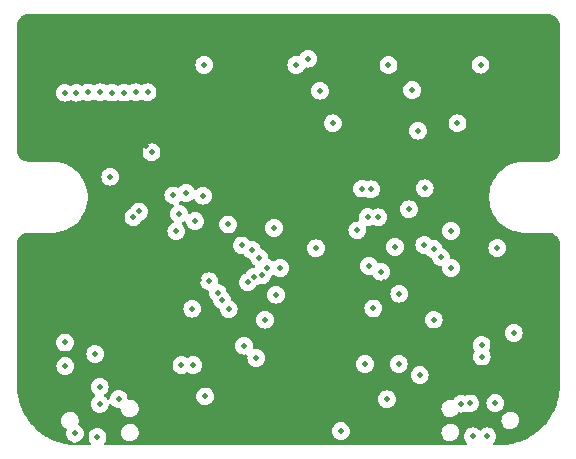
<source format=gbr>
%TF.GenerationSoftware,KiCad,Pcbnew,7.0.8*%
%TF.CreationDate,2023-12-04T13:14:00+00:00*%
%TF.ProjectId,tundraIOExpansion,74756e64-7261-4494-9f45-7870616e7369,rev?*%
%TF.SameCoordinates,Original*%
%TF.FileFunction,Copper,L3,Inr*%
%TF.FilePolarity,Positive*%
%FSLAX46Y46*%
G04 Gerber Fmt 4.6, Leading zero omitted, Abs format (unit mm)*
G04 Created by KiCad (PCBNEW 7.0.8) date 2023-12-04 13:14:00*
%MOMM*%
%LPD*%
G01*
G04 APERTURE LIST*
%TA.AperFunction,ViaPad*%
%ADD10C,0.500000*%
%TD*%
G04 APERTURE END LIST*
D10*
%TO.N,+3V3*%
X147260000Y-60910000D03*
X136790000Y-82470000D03*
X130130000Y-71737500D03*
X142550000Y-65850000D03*
X151080000Y-82460000D03*
X119890000Y-86400000D03*
X130640862Y-81531776D03*
X139460000Y-60910000D03*
X157860000Y-83600000D03*
X127196222Y-68294995D03*
X129290000Y-74980000D03*
X137572700Y-74697300D03*
X138088344Y-78093512D03*
X131660000Y-60900000D03*
X123700000Y-70370000D03*
X152557004Y-74947004D03*
X126160000Y-73310000D03*
X149000000Y-73123624D03*
X153100000Y-65840000D03*
X155050000Y-60880000D03*
X156300000Y-89530000D03*
X141120000Y-76420000D03*
X144620000Y-74910000D03*
X133680000Y-74410000D03*
X145970000Y-81520000D03*
X143230000Y-91910000D03*
X120710000Y-92100000D03*
X156480000Y-76390000D03*
X152560000Y-78080000D03*
%TO.N,GND*%
X131250000Y-79070000D03*
X135040000Y-83180000D03*
X124870000Y-81990000D03*
X119880000Y-83400000D03*
X125683500Y-67910000D03*
X133733572Y-77996416D03*
X150260000Y-60910000D03*
X152870000Y-80650000D03*
X127638858Y-81663223D03*
X126729207Y-67774225D03*
X128710000Y-88930000D03*
X154440000Y-74510000D03*
X134670000Y-60880000D03*
X157850000Y-86610000D03*
X128580000Y-75670000D03*
X139070000Y-74470000D03*
X148240000Y-69660000D03*
X140970000Y-77870000D03*
X149090000Y-77970000D03*
X123670000Y-92490000D03*
X158050000Y-60880000D03*
X144370000Y-83470000D03*
X142450000Y-60900000D03*
X143058858Y-81583223D03*
X143940000Y-75610000D03*
X134680000Y-89760000D03*
X146880000Y-79260000D03*
X129970000Y-65670000D03*
X137680000Y-69670000D03*
X146140000Y-89200000D03*
X140301142Y-81936777D03*
X128677000Y-83660000D03*
X151580000Y-91030000D03*
X134400000Y-92270000D03*
%TO.N,Net-(U1-VREG_VOUT)*%
X150300000Y-76150000D03*
X148170000Y-80260000D03*
%TO.N,D12-MI_MISO*%
X136072746Y-85702746D03*
X135030000Y-84670000D03*
%TO.N,D11-MI_MOSI*%
X145270000Y-86230000D03*
X146621520Y-78408481D03*
%TO.N,Net-(J3-~{RESET})*%
X124410000Y-89190000D03*
X122620000Y-92400000D03*
%TO.N,Net-(J3-SWCLK)*%
X122810000Y-88140000D03*
X122810000Y-89610000D03*
%TO.N,Net-(J2-SWDIO)*%
X154190000Y-89560000D03*
X155630000Y-92350000D03*
%TO.N,Net-(J2-SWCLK)*%
X154390000Y-92350000D03*
X153430000Y-89580000D03*
%TO.N,Net-(U1-USB_DM)*%
X151700000Y-77170000D03*
X147130000Y-89210000D03*
%TO.N,Net-(U1-USB_DP)*%
X148120000Y-86220000D03*
X151090000Y-76500000D03*
%TO.N,Net-(USB1-Pin_4)*%
X149902746Y-87162746D03*
X150320000Y-71350000D03*
%TO.N,Net-(U5-USB_DM)*%
X136323976Y-77208064D03*
X129730000Y-86323000D03*
%TO.N,Net-(U5-USB_DP)*%
X135680979Y-76565068D03*
X130725434Y-86319997D03*
%TO.N,Net-(FINGER1-Pin_2)*%
X141450000Y-63080000D03*
X145027827Y-71367120D03*
%TO.N,Net-(FINGER1-Pin_3)*%
X140460000Y-60380000D03*
X145809392Y-71426843D03*
%TO.N,Net-(FINGER3-Pin_2)*%
X145500000Y-73790000D03*
X149260000Y-63030000D03*
%TO.N,Net-(FINGER3-Pin_3)*%
X146400000Y-73800000D03*
X149760000Y-66460000D03*
%TO.N,Net-(FINGER5L1-Pin_2)*%
X125665779Y-73805025D03*
X155160000Y-85590000D03*
X119870000Y-84400000D03*
X129050000Y-71950000D03*
%TO.N,Net-(FINGER5L1-Pin_3)*%
X155140000Y-84610000D03*
X122440000Y-85380000D03*
%TO.N,INTER_RP2040_UART_TX1*%
X147800000Y-76300000D03*
X129520000Y-73500000D03*
%TO.N,INTER_RP2040_UART_RX1*%
X145612254Y-77912254D03*
X130872745Y-74127253D03*
%TO.N,Net-(FingerAux1-Pin_1)*%
X126860000Y-63220000D03*
X133734409Y-81602529D03*
%TO.N,Net-(FingerAux1-Pin_2)*%
X125860000Y-63220000D03*
X133164598Y-80788322D03*
%TO.N,Net-(FingerAux1-Pin_3)*%
X124860000Y-63240000D03*
X132790000Y-80180000D03*
%TO.N,Net-(FingerAux1-Pin_4)*%
X135339786Y-79313989D03*
X123860000Y-63240000D03*
%TO.N,Net-(FingerAux1-Pin_5)*%
X135850000Y-78835465D03*
X122860000Y-63220000D03*
%TO.N,Net-(FingerAux1-Pin_6)*%
X121850000Y-63230000D03*
X137728853Y-80361853D03*
%TO.N,Net-(FingerAux1-Pin_7)*%
X136588221Y-78682524D03*
X120840000Y-63260000D03*
%TO.N,Net-(FingerAux1-Pin_8)*%
X119850000Y-63260000D03*
X136960000Y-78090000D03*
%TO.N,Net-(U5-VREG_VOUT)*%
X134819689Y-76184101D03*
X132064362Y-79225638D03*
%TO.N,Net-(USB2-Pin_4)*%
X131547312Y-71972688D03*
X131740000Y-88970000D03*
%TD*%
%TA.AperFunction,Conductor*%
%TO.N,GND*%
G36*
X160782695Y-56590735D02*
G01*
X160825519Y-56594482D01*
X160951771Y-56606918D01*
X160971685Y-56610541D01*
X161038349Y-56628403D01*
X161131570Y-56656682D01*
X161147971Y-56662958D01*
X161215411Y-56694406D01*
X161218375Y-56695888D01*
X161255969Y-56715982D01*
X161302327Y-56740762D01*
X161308667Y-56744657D01*
X161374828Y-56790983D01*
X161378600Y-56793844D01*
X161450808Y-56853103D01*
X161455309Y-56857182D01*
X161512815Y-56914688D01*
X161516895Y-56919190D01*
X161576154Y-56991398D01*
X161579015Y-56995170D01*
X161625341Y-57061331D01*
X161629236Y-57067671D01*
X161674101Y-57151605D01*
X161675614Y-57154631D01*
X161707040Y-57222027D01*
X161713319Y-57238435D01*
X161741601Y-57331669D01*
X161759454Y-57398299D01*
X161763082Y-57418238D01*
X161775523Y-57544554D01*
X161779264Y-57587302D01*
X161779500Y-57592710D01*
X161779500Y-68087289D01*
X161779264Y-68092697D01*
X161775523Y-68135445D01*
X161763082Y-68261760D01*
X161759454Y-68281699D01*
X161741601Y-68348330D01*
X161713318Y-68441563D01*
X161707040Y-68457971D01*
X161675614Y-68525367D01*
X161674101Y-68528393D01*
X161629236Y-68612327D01*
X161625341Y-68618667D01*
X161579015Y-68684828D01*
X161576154Y-68688600D01*
X161516895Y-68760808D01*
X161512806Y-68765320D01*
X161455320Y-68822806D01*
X161450808Y-68826895D01*
X161378600Y-68886154D01*
X161374828Y-68889015D01*
X161308667Y-68935341D01*
X161302327Y-68939236D01*
X161218393Y-68984101D01*
X161215367Y-68985614D01*
X161147971Y-69017040D01*
X161131563Y-69023318D01*
X161038330Y-69051601D01*
X160971699Y-69069454D01*
X160951760Y-69073082D01*
X160825445Y-69085523D01*
X160784789Y-69089080D01*
X160782696Y-69089264D01*
X160777290Y-69089500D01*
X158611491Y-69089500D01*
X158276618Y-69127231D01*
X158276602Y-69127233D01*
X157948046Y-69202223D01*
X157948034Y-69202227D01*
X157629945Y-69313532D01*
X157326316Y-69459752D01*
X157040962Y-69639053D01*
X156777477Y-69849174D01*
X156539174Y-70087477D01*
X156329053Y-70350962D01*
X156149752Y-70636316D01*
X156003532Y-70939945D01*
X155892227Y-71258034D01*
X155892223Y-71258046D01*
X155817233Y-71586602D01*
X155817231Y-71586618D01*
X155779500Y-71921491D01*
X155779500Y-72258508D01*
X155817231Y-72593381D01*
X155817233Y-72593397D01*
X155892223Y-72921953D01*
X155892227Y-72921965D01*
X156003532Y-73240054D01*
X156149752Y-73543683D01*
X156149754Y-73543686D01*
X156329054Y-73829039D01*
X156460134Y-73993409D01*
X156531880Y-74083376D01*
X156539175Y-74092523D01*
X156777477Y-74330825D01*
X157040961Y-74540946D01*
X157326314Y-74720246D01*
X157629949Y-74866469D01*
X157860096Y-74947001D01*
X157948034Y-74977772D01*
X157948046Y-74977776D01*
X158276606Y-75052767D01*
X158611492Y-75090499D01*
X158611493Y-75090500D01*
X158611496Y-75090500D01*
X158779901Y-75090500D01*
X160777293Y-75090500D01*
X160782695Y-75090735D01*
X160825519Y-75094482D01*
X160951771Y-75106918D01*
X160971685Y-75110541D01*
X161038349Y-75128403D01*
X161131570Y-75156682D01*
X161147971Y-75162958D01*
X161215411Y-75194406D01*
X161218375Y-75195888D01*
X161255969Y-75215982D01*
X161302327Y-75240762D01*
X161308667Y-75244657D01*
X161374828Y-75290983D01*
X161378600Y-75293844D01*
X161450808Y-75353103D01*
X161455309Y-75357182D01*
X161512815Y-75414688D01*
X161516895Y-75419190D01*
X161576154Y-75491398D01*
X161579015Y-75495170D01*
X161625341Y-75561331D01*
X161629236Y-75567671D01*
X161674101Y-75651605D01*
X161675614Y-75654631D01*
X161707040Y-75722027D01*
X161713319Y-75738435D01*
X161741601Y-75831669D01*
X161759454Y-75898299D01*
X161763082Y-75918238D01*
X161775523Y-76044554D01*
X161779264Y-76087302D01*
X161779500Y-76092710D01*
X161779500Y-87969000D01*
X161770512Y-88186297D01*
X161761391Y-88395192D01*
X161760974Y-88400159D01*
X161733653Y-88619348D01*
X161706349Y-88826739D01*
X161705560Y-88831371D01*
X161660205Y-89047680D01*
X161614895Y-89252052D01*
X161613787Y-89256324D01*
X161550700Y-89468233D01*
X161487706Y-89668020D01*
X161486334Y-89671914D01*
X161405911Y-89878022D01*
X161325704Y-90071656D01*
X161324124Y-90075160D01*
X161226895Y-90274048D01*
X161130048Y-90460087D01*
X161128315Y-90463195D01*
X161014930Y-90653483D01*
X160902160Y-90830494D01*
X160900329Y-90833208D01*
X160771536Y-91013594D01*
X160643692Y-91180202D01*
X160641816Y-91182529D01*
X160498472Y-91351775D01*
X160355596Y-91507698D01*
X160197698Y-91665596D01*
X160041775Y-91808472D01*
X159872529Y-91951816D01*
X159870202Y-91953692D01*
X159703594Y-92081536D01*
X159523208Y-92210329D01*
X159520494Y-92212160D01*
X159343483Y-92324930D01*
X159153195Y-92438315D01*
X159150087Y-92440048D01*
X158964048Y-92536895D01*
X158765160Y-92634124D01*
X158761656Y-92635704D01*
X158568022Y-92715911D01*
X158361914Y-92796334D01*
X158358020Y-92797706D01*
X158158233Y-92860700D01*
X157946324Y-92923787D01*
X157942052Y-92924895D01*
X157737680Y-92970205D01*
X157521371Y-93015560D01*
X157516739Y-93016349D01*
X157309348Y-93043653D01*
X157090159Y-93070974D01*
X157085192Y-93071391D01*
X156876297Y-93080512D01*
X156659000Y-93089500D01*
X156251229Y-93089500D01*
X156184190Y-93069815D01*
X156138435Y-93017011D01*
X156128491Y-92947853D01*
X156157516Y-92884297D01*
X156163548Y-92877819D01*
X156186118Y-92855249D01*
X156220477Y-92820890D01*
X156245886Y-92780452D01*
X156310452Y-92677697D01*
X156310454Y-92677694D01*
X156310454Y-92677692D01*
X156310456Y-92677690D01*
X156366313Y-92518059D01*
X156366313Y-92518058D01*
X156366314Y-92518056D01*
X156385249Y-92350002D01*
X156385249Y-92349997D01*
X156366314Y-92181943D01*
X156310454Y-92022305D01*
X156310452Y-92022302D01*
X156220481Y-91879115D01*
X156220476Y-91879109D01*
X156100890Y-91759523D01*
X156100884Y-91759518D01*
X155957697Y-91669547D01*
X155957694Y-91669545D01*
X155798056Y-91613685D01*
X155630003Y-91594751D01*
X155629997Y-91594751D01*
X155461943Y-91613685D01*
X155302305Y-91669545D01*
X155302302Y-91669547D01*
X155159115Y-91759518D01*
X155159109Y-91759523D01*
X155097681Y-91820952D01*
X155036358Y-91854437D01*
X154966666Y-91849453D01*
X154922319Y-91820952D01*
X154860890Y-91759523D01*
X154860884Y-91759518D01*
X154717697Y-91669547D01*
X154717694Y-91669545D01*
X154558056Y-91613685D01*
X154390003Y-91594751D01*
X154389997Y-91594751D01*
X154221943Y-91613685D01*
X154062305Y-91669545D01*
X154062302Y-91669547D01*
X153919115Y-91759518D01*
X153919109Y-91759523D01*
X153799523Y-91879109D01*
X153799518Y-91879115D01*
X153709547Y-92022302D01*
X153709545Y-92022305D01*
X153653685Y-92181943D01*
X153634751Y-92349997D01*
X153634751Y-92350002D01*
X153653685Y-92518056D01*
X153709545Y-92677694D01*
X153709547Y-92677697D01*
X153799518Y-92820884D01*
X153799523Y-92820890D01*
X153856452Y-92877819D01*
X153889937Y-92939142D01*
X153884953Y-93008834D01*
X153843081Y-93064767D01*
X153777617Y-93089184D01*
X153768771Y-93089500D01*
X123291229Y-93089500D01*
X123224190Y-93069815D01*
X123178435Y-93017011D01*
X123168491Y-92947853D01*
X123197516Y-92884297D01*
X123203548Y-92877819D01*
X123210477Y-92870890D01*
X123232203Y-92836314D01*
X123300452Y-92727697D01*
X123300454Y-92727694D01*
X123300454Y-92727692D01*
X123300456Y-92727690D01*
X123356313Y-92568059D01*
X123356313Y-92568058D01*
X123356314Y-92568056D01*
X123375249Y-92400002D01*
X123375249Y-92399997D01*
X123356314Y-92231943D01*
X123303684Y-92081536D01*
X123300456Y-92072310D01*
X123300455Y-92072309D01*
X123300454Y-92072305D01*
X123300452Y-92072302D01*
X123298792Y-92069660D01*
X124620393Y-92069660D01*
X124621874Y-92078059D01*
X124649008Y-92231943D01*
X124650668Y-92241354D01*
X124719721Y-92401438D01*
X124719722Y-92401440D01*
X124719724Y-92401443D01*
X124772509Y-92472345D01*
X124823832Y-92541283D01*
X124957386Y-92653349D01*
X125113185Y-92731594D01*
X125282829Y-92771800D01*
X125282831Y-92771800D01*
X125413429Y-92771800D01*
X125413436Y-92771800D01*
X125543164Y-92756637D01*
X125706993Y-92697008D01*
X125852654Y-92601205D01*
X125972296Y-92474393D01*
X126059467Y-92323407D01*
X126109469Y-92156388D01*
X126119607Y-91982340D01*
X126106852Y-91910002D01*
X142474751Y-91910002D01*
X142493685Y-92078056D01*
X142549545Y-92237694D01*
X142549547Y-92237697D01*
X142639518Y-92380884D01*
X142639523Y-92380890D01*
X142759109Y-92500476D01*
X142759115Y-92500481D01*
X142902302Y-92590452D01*
X142902305Y-92590454D01*
X142902309Y-92590455D01*
X142902310Y-92590456D01*
X142933029Y-92601205D01*
X143061943Y-92646314D01*
X143229997Y-92665249D01*
X143230000Y-92665249D01*
X143230003Y-92665249D01*
X143398056Y-92646314D01*
X143432893Y-92634124D01*
X143557690Y-92590456D01*
X143557692Y-92590454D01*
X143557694Y-92590454D01*
X143557697Y-92590452D01*
X143700884Y-92500481D01*
X143700885Y-92500480D01*
X143700890Y-92500477D01*
X143820477Y-92380890D01*
X143825807Y-92372407D01*
X143910452Y-92237697D01*
X143910454Y-92237694D01*
X143910454Y-92237692D01*
X143910456Y-92237690D01*
X143966313Y-92078059D01*
X143966313Y-92078058D01*
X143966314Y-92078056D01*
X143967260Y-92069660D01*
X151740393Y-92069660D01*
X151741874Y-92078059D01*
X151769008Y-92231943D01*
X151770668Y-92241354D01*
X151839721Y-92401438D01*
X151839722Y-92401440D01*
X151839724Y-92401443D01*
X151892509Y-92472345D01*
X151943832Y-92541283D01*
X152077386Y-92653349D01*
X152233185Y-92731594D01*
X152402829Y-92771800D01*
X152402831Y-92771800D01*
X152533429Y-92771800D01*
X152533436Y-92771800D01*
X152663164Y-92756637D01*
X152826993Y-92697008D01*
X152972654Y-92601205D01*
X153092296Y-92474393D01*
X153179467Y-92323407D01*
X153229469Y-92156388D01*
X153239607Y-91982340D01*
X153209332Y-91810646D01*
X153140279Y-91650562D01*
X153130442Y-91637349D01*
X153036167Y-91510716D01*
X152902614Y-91398651D01*
X152902612Y-91398650D01*
X152746818Y-91320407D01*
X152746816Y-91320406D01*
X152746815Y-91320406D01*
X152577171Y-91280200D01*
X152446564Y-91280200D01*
X152333052Y-91293467D01*
X152316835Y-91295363D01*
X152316832Y-91295364D01*
X152153008Y-91354991D01*
X152153004Y-91354993D01*
X152007348Y-91450792D01*
X152007347Y-91450793D01*
X151887706Y-91577603D01*
X151887703Y-91577609D01*
X151800534Y-91728590D01*
X151800533Y-91728592D01*
X151800533Y-91728593D01*
X151796928Y-91740635D01*
X151750531Y-91895610D01*
X151750530Y-91895616D01*
X151743151Y-92022305D01*
X151740393Y-92069660D01*
X143967260Y-92069660D01*
X143985249Y-91910002D01*
X143985249Y-91909997D01*
X143966314Y-91741943D01*
X143929715Y-91637349D01*
X143910456Y-91582310D01*
X143910455Y-91582309D01*
X143910454Y-91582305D01*
X143910452Y-91582302D01*
X143820481Y-91439115D01*
X143820476Y-91439109D01*
X143700890Y-91319523D01*
X143700884Y-91319518D01*
X143557697Y-91229547D01*
X143557694Y-91229545D01*
X143398056Y-91173685D01*
X143230003Y-91154751D01*
X143229997Y-91154751D01*
X143061943Y-91173685D01*
X142902305Y-91229545D01*
X142902302Y-91229547D01*
X142759115Y-91319518D01*
X142759109Y-91319523D01*
X142639523Y-91439109D01*
X142639518Y-91439115D01*
X142549547Y-91582302D01*
X142549545Y-91582305D01*
X142493685Y-91741943D01*
X142474751Y-91909997D01*
X142474751Y-91910002D01*
X126106852Y-91910002D01*
X126089332Y-91810646D01*
X126020279Y-91650562D01*
X126010442Y-91637349D01*
X125916167Y-91510716D01*
X125782614Y-91398651D01*
X125782612Y-91398650D01*
X125626818Y-91320407D01*
X125626816Y-91320406D01*
X125626815Y-91320406D01*
X125457171Y-91280200D01*
X125326564Y-91280200D01*
X125213052Y-91293467D01*
X125196835Y-91295363D01*
X125196832Y-91295364D01*
X125033008Y-91354991D01*
X125033004Y-91354993D01*
X124887348Y-91450792D01*
X124887347Y-91450793D01*
X124767706Y-91577603D01*
X124767703Y-91577609D01*
X124680534Y-91728590D01*
X124680533Y-91728592D01*
X124680533Y-91728593D01*
X124676928Y-91740635D01*
X124630531Y-91895610D01*
X124630530Y-91895616D01*
X124623151Y-92022305D01*
X124620393Y-92069660D01*
X123298792Y-92069660D01*
X123210481Y-91929115D01*
X123210476Y-91929109D01*
X123090890Y-91809523D01*
X123090884Y-91809518D01*
X122947697Y-91719547D01*
X122947694Y-91719545D01*
X122788056Y-91663685D01*
X122620003Y-91644751D01*
X122619997Y-91644751D01*
X122451943Y-91663685D01*
X122292305Y-91719545D01*
X122292302Y-91719547D01*
X122149115Y-91809518D01*
X122149109Y-91809523D01*
X122029523Y-91929109D01*
X122029518Y-91929115D01*
X121939547Y-92072302D01*
X121939545Y-92072305D01*
X121883685Y-92231943D01*
X121864751Y-92399997D01*
X121864751Y-92400002D01*
X121883685Y-92568056D01*
X121939545Y-92727694D01*
X121939547Y-92727697D01*
X122029518Y-92870884D01*
X122029523Y-92870890D01*
X122036452Y-92877819D01*
X122069937Y-92939142D01*
X122064953Y-93008834D01*
X122023081Y-93064767D01*
X121957617Y-93089184D01*
X121948771Y-93089500D01*
X120901000Y-93089500D01*
X120896690Y-93089321D01*
X120851204Y-93087440D01*
X120785035Y-93065001D01*
X120741502Y-93010351D01*
X120734425Y-92940841D01*
X120766053Y-92878539D01*
X120826342Y-92843227D01*
X120842447Y-92840326D01*
X120878055Y-92836314D01*
X120878057Y-92836313D01*
X120878059Y-92836313D01*
X121037690Y-92780456D01*
X121037692Y-92780454D01*
X121037694Y-92780454D01*
X121037697Y-92780452D01*
X121180884Y-92690481D01*
X121180885Y-92690480D01*
X121180890Y-92690477D01*
X121300477Y-92570890D01*
X121302258Y-92568056D01*
X121390452Y-92427697D01*
X121390454Y-92427694D01*
X121390454Y-92427692D01*
X121390456Y-92427690D01*
X121446313Y-92268059D01*
X121446313Y-92268058D01*
X121446314Y-92268056D01*
X121465249Y-92100002D01*
X121465249Y-92099997D01*
X121446314Y-91931943D01*
X121403477Y-91809523D01*
X121390456Y-91772310D01*
X121390455Y-91772309D01*
X121390454Y-91772305D01*
X121390452Y-91772302D01*
X121300481Y-91629115D01*
X121300476Y-91629109D01*
X121180890Y-91509523D01*
X121180884Y-91509518D01*
X121040302Y-91421184D01*
X120994011Y-91368850D01*
X120983363Y-91299796D01*
X120987479Y-91280643D01*
X121029469Y-91140388D01*
X121034521Y-91053660D01*
X156820393Y-91053660D01*
X156850668Y-91225354D01*
X156919721Y-91385438D01*
X156919722Y-91385440D01*
X156919724Y-91385443D01*
X156974032Y-91458390D01*
X157023832Y-91525283D01*
X157157386Y-91637349D01*
X157313185Y-91715594D01*
X157482829Y-91755800D01*
X157482831Y-91755800D01*
X157613429Y-91755800D01*
X157613436Y-91755800D01*
X157743164Y-91740637D01*
X157906993Y-91681008D01*
X158052654Y-91585205D01*
X158172296Y-91458393D01*
X158259467Y-91307407D01*
X158309469Y-91140388D01*
X158319607Y-90966340D01*
X158289332Y-90794646D01*
X158220279Y-90634562D01*
X158210442Y-90621349D01*
X158116167Y-90494716D01*
X157982614Y-90382651D01*
X157982612Y-90382650D01*
X157826818Y-90304407D01*
X157826816Y-90304406D01*
X157826815Y-90304406D01*
X157657171Y-90264200D01*
X157526564Y-90264200D01*
X157413052Y-90277467D01*
X157396835Y-90279363D01*
X157396832Y-90279364D01*
X157233008Y-90338991D01*
X157233004Y-90338993D01*
X157087348Y-90434792D01*
X157087347Y-90434793D01*
X156967706Y-90561603D01*
X156967703Y-90561609D01*
X156880534Y-90712590D01*
X156830531Y-90879610D01*
X156830530Y-90879616D01*
X156825479Y-90966340D01*
X156820393Y-91053660D01*
X121034521Y-91053660D01*
X121039607Y-90966340D01*
X121009332Y-90794646D01*
X120940279Y-90634562D01*
X120930442Y-90621349D01*
X120836167Y-90494716D01*
X120702614Y-90382651D01*
X120702612Y-90382650D01*
X120546818Y-90304407D01*
X120546816Y-90304406D01*
X120546815Y-90304406D01*
X120377171Y-90264200D01*
X120246564Y-90264200D01*
X120133052Y-90277467D01*
X120116835Y-90279363D01*
X120116832Y-90279364D01*
X119953008Y-90338991D01*
X119953004Y-90338993D01*
X119807348Y-90434792D01*
X119807347Y-90434793D01*
X119687706Y-90561603D01*
X119687703Y-90561609D01*
X119600534Y-90712590D01*
X119550531Y-90879610D01*
X119550530Y-90879616D01*
X119545479Y-90966340D01*
X119540393Y-91053660D01*
X119570668Y-91225354D01*
X119639721Y-91385438D01*
X119639722Y-91385440D01*
X119639724Y-91385443D01*
X119694032Y-91458390D01*
X119743832Y-91525283D01*
X119877386Y-91637349D01*
X119917961Y-91657726D01*
X119949585Y-91673609D01*
X120000659Y-91721287D01*
X120017849Y-91789009D01*
X120010976Y-91825373D01*
X119973686Y-91931942D01*
X119954751Y-92099997D01*
X119954751Y-92100002D01*
X119973685Y-92268056D01*
X120029545Y-92427694D01*
X120029547Y-92427697D01*
X120119518Y-92570884D01*
X120119523Y-92570890D01*
X120239109Y-92690476D01*
X120239115Y-92690481D01*
X120382302Y-92780452D01*
X120382308Y-92780455D01*
X120382310Y-92780456D01*
X120525815Y-92830670D01*
X120582591Y-92871392D01*
X120608339Y-92936344D01*
X120594883Y-93004906D01*
X120546496Y-93055309D01*
X120479462Y-93071594D01*
X120474813Y-93071392D01*
X120469842Y-93070974D01*
X120250651Y-93043653D01*
X120043259Y-93016349D01*
X120038627Y-93015560D01*
X119822319Y-92970205D01*
X119617946Y-92924895D01*
X119613674Y-92923787D01*
X119401766Y-92860700D01*
X119201978Y-92797706D01*
X119198084Y-92796334D01*
X118991977Y-92715911D01*
X118798342Y-92635704D01*
X118794838Y-92634124D01*
X118595951Y-92536895D01*
X118409911Y-92440049D01*
X118406803Y-92438315D01*
X118283008Y-92364550D01*
X118216510Y-92324926D01*
X118085325Y-92241352D01*
X118039505Y-92212161D01*
X118036800Y-92210336D01*
X117856405Y-92081536D01*
X117840927Y-92069659D01*
X117689778Y-91953679D01*
X117687481Y-91951826D01*
X117532959Y-91820952D01*
X117518224Y-91808472D01*
X117496984Y-91789009D01*
X117362300Y-91665594D01*
X117204404Y-91507698D01*
X117061526Y-91351774D01*
X116918165Y-91182508D01*
X116916328Y-91180230D01*
X116788460Y-91013590D01*
X116754724Y-90966340D01*
X116659651Y-90833182D01*
X116657837Y-90830493D01*
X116545073Y-90653489D01*
X116431683Y-90463195D01*
X116429949Y-90460086D01*
X116420740Y-90442396D01*
X116333104Y-90274048D01*
X116235874Y-90075160D01*
X116234294Y-90071656D01*
X116154088Y-89878022D01*
X116116027Y-89780481D01*
X116073658Y-89671898D01*
X116072292Y-89668020D01*
X116053999Y-89610002D01*
X122054751Y-89610002D01*
X122073685Y-89778056D01*
X122129545Y-89937694D01*
X122129547Y-89937697D01*
X122219518Y-90080884D01*
X122219523Y-90080890D01*
X122339109Y-90200476D01*
X122339115Y-90200481D01*
X122482302Y-90290452D01*
X122482305Y-90290454D01*
X122482309Y-90290455D01*
X122482310Y-90290456D01*
X122522177Y-90304406D01*
X122641943Y-90346314D01*
X122809997Y-90365249D01*
X122810000Y-90365249D01*
X122810003Y-90365249D01*
X122978056Y-90346314D01*
X123030906Y-90327821D01*
X123137690Y-90290456D01*
X123137692Y-90290454D01*
X123137694Y-90290454D01*
X123137697Y-90290452D01*
X123280884Y-90200481D01*
X123280885Y-90200480D01*
X123280890Y-90200477D01*
X123400477Y-90080890D01*
X123400481Y-90080884D01*
X123490452Y-89937697D01*
X123490454Y-89937694D01*
X123490454Y-89937692D01*
X123490456Y-89937690D01*
X123546313Y-89778059D01*
X123546313Y-89778057D01*
X123546314Y-89778055D01*
X123559373Y-89662153D01*
X123586439Y-89597739D01*
X123644034Y-89558183D01*
X123713871Y-89556046D01*
X123773777Y-89592004D01*
X123787585Y-89610062D01*
X123801134Y-89631624D01*
X123819523Y-89660890D01*
X123939109Y-89780476D01*
X123939115Y-89780481D01*
X124082302Y-89870452D01*
X124082305Y-89870454D01*
X124082309Y-89870455D01*
X124082310Y-89870456D01*
X124103933Y-89878022D01*
X124241943Y-89926314D01*
X124409997Y-89945249D01*
X124410000Y-89945249D01*
X124410001Y-89945249D01*
X124422663Y-89943822D01*
X124484547Y-89936849D01*
X124553368Y-89948903D01*
X124604748Y-89996251D01*
X124620547Y-90038536D01*
X124634996Y-90120476D01*
X124650668Y-90209354D01*
X124719721Y-90369438D01*
X124719722Y-90369440D01*
X124719724Y-90369443D01*
X124812987Y-90494716D01*
X124823832Y-90509283D01*
X124957386Y-90621349D01*
X125113185Y-90699594D01*
X125282829Y-90739800D01*
X125282831Y-90739800D01*
X125413429Y-90739800D01*
X125413436Y-90739800D01*
X125543164Y-90724637D01*
X125706993Y-90665008D01*
X125852654Y-90569205D01*
X125972296Y-90442393D01*
X126059467Y-90291407D01*
X126109469Y-90124388D01*
X126114521Y-90037660D01*
X151740393Y-90037660D01*
X151748015Y-90080884D01*
X151769102Y-90200476D01*
X151770668Y-90209354D01*
X151839721Y-90369438D01*
X151839722Y-90369440D01*
X151839724Y-90369443D01*
X151932987Y-90494716D01*
X151943832Y-90509283D01*
X152077386Y-90621349D01*
X152233185Y-90699594D01*
X152402829Y-90739800D01*
X152402831Y-90739800D01*
X152533429Y-90739800D01*
X152533436Y-90739800D01*
X152663164Y-90724637D01*
X152826993Y-90665008D01*
X152972654Y-90569205D01*
X153092296Y-90442393D01*
X153130607Y-90376034D01*
X153181172Y-90327821D01*
X153249779Y-90314597D01*
X153256910Y-90315746D01*
X153261940Y-90316312D01*
X153261941Y-90316313D01*
X153305916Y-90321267D01*
X153429997Y-90335249D01*
X153430000Y-90335249D01*
X153430003Y-90335249D01*
X153530835Y-90323887D01*
X153598059Y-90316313D01*
X153757690Y-90260456D01*
X153764992Y-90255867D01*
X153832226Y-90236866D01*
X153871920Y-90243819D01*
X154021939Y-90296313D01*
X154189997Y-90315249D01*
X154190000Y-90315249D01*
X154190003Y-90315249D01*
X154358056Y-90296314D01*
X154372074Y-90291409D01*
X154517690Y-90240456D01*
X154517692Y-90240454D01*
X154517694Y-90240454D01*
X154517697Y-90240452D01*
X154660884Y-90150481D01*
X154660885Y-90150480D01*
X154660890Y-90150477D01*
X154780477Y-90030890D01*
X154780481Y-90030884D01*
X154870452Y-89887697D01*
X154870454Y-89887694D01*
X154870454Y-89887692D01*
X154870456Y-89887690D01*
X154926313Y-89728059D01*
X154926313Y-89728058D01*
X154926314Y-89728056D01*
X154945249Y-89560002D01*
X154945249Y-89559997D01*
X154941869Y-89530002D01*
X155544751Y-89530002D01*
X155563685Y-89698056D01*
X155619545Y-89857694D01*
X155619547Y-89857697D01*
X155709518Y-90000884D01*
X155709523Y-90000890D01*
X155829109Y-90120476D01*
X155829115Y-90120481D01*
X155972302Y-90210452D01*
X155972305Y-90210454D01*
X155972309Y-90210455D01*
X155972310Y-90210456D01*
X156044913Y-90235860D01*
X156131943Y-90266314D01*
X156299997Y-90285249D01*
X156300000Y-90285249D01*
X156300003Y-90285249D01*
X156468056Y-90266314D01*
X156468059Y-90266313D01*
X156627690Y-90210456D01*
X156627692Y-90210454D01*
X156627694Y-90210454D01*
X156627697Y-90210452D01*
X156770884Y-90120481D01*
X156770885Y-90120480D01*
X156770890Y-90120477D01*
X156890477Y-90000890D01*
X156930186Y-89937694D01*
X156980452Y-89857697D01*
X156980454Y-89857694D01*
X156980454Y-89857692D01*
X156980456Y-89857690D01*
X157036313Y-89698059D01*
X157036313Y-89698058D01*
X157036314Y-89698056D01*
X157055249Y-89530002D01*
X157055249Y-89529997D01*
X157036314Y-89361943D01*
X157002768Y-89266074D01*
X156980456Y-89202310D01*
X156980455Y-89202309D01*
X156980454Y-89202305D01*
X156980452Y-89202302D01*
X156890481Y-89059115D01*
X156890476Y-89059109D01*
X156770890Y-88939523D01*
X156770884Y-88939518D01*
X156627697Y-88849547D01*
X156627694Y-88849545D01*
X156468056Y-88793685D01*
X156300003Y-88774751D01*
X156299997Y-88774751D01*
X156131943Y-88793685D01*
X155972305Y-88849545D01*
X155972302Y-88849547D01*
X155829115Y-88939518D01*
X155829109Y-88939523D01*
X155709523Y-89059109D01*
X155709518Y-89059115D01*
X155619547Y-89202302D01*
X155619545Y-89202305D01*
X155563685Y-89361943D01*
X155544751Y-89529997D01*
X155544751Y-89530002D01*
X154941869Y-89530002D01*
X154926314Y-89391943D01*
X154878859Y-89256324D01*
X154870456Y-89232310D01*
X154870455Y-89232309D01*
X154870454Y-89232305D01*
X154870452Y-89232302D01*
X154780481Y-89089115D01*
X154780476Y-89089109D01*
X154660890Y-88969523D01*
X154660884Y-88969518D01*
X154517697Y-88879547D01*
X154517694Y-88879545D01*
X154358056Y-88823685D01*
X154190003Y-88804751D01*
X154189997Y-88804751D01*
X154021943Y-88823685D01*
X153862306Y-88879545D01*
X153855002Y-88884135D01*
X153787764Y-88903132D01*
X153748080Y-88896181D01*
X153598057Y-88843686D01*
X153430003Y-88824751D01*
X153429997Y-88824751D01*
X153261943Y-88843685D01*
X153102305Y-88899545D01*
X153102302Y-88899547D01*
X152959115Y-88989518D01*
X152959109Y-88989523D01*
X152839523Y-89109109D01*
X152818656Y-89142319D01*
X152780965Y-89202305D01*
X152776673Y-89209135D01*
X152724338Y-89255426D01*
X152655284Y-89266074D01*
X152643084Y-89263821D01*
X152577171Y-89248200D01*
X152446564Y-89248200D01*
X152333052Y-89261467D01*
X152316835Y-89263363D01*
X152316832Y-89263364D01*
X152153008Y-89322991D01*
X152153004Y-89322993D01*
X152007348Y-89418792D01*
X152007347Y-89418793D01*
X151887706Y-89545603D01*
X151887704Y-89545607D01*
X151879119Y-89560477D01*
X151800534Y-89696590D01*
X151750531Y-89863610D01*
X151750530Y-89863616D01*
X151742805Y-89996251D01*
X151740393Y-90037660D01*
X126114521Y-90037660D01*
X126119607Y-89950340D01*
X126089332Y-89778646D01*
X126020279Y-89618562D01*
X126013952Y-89610064D01*
X125916167Y-89478716D01*
X125782614Y-89366651D01*
X125782612Y-89366650D01*
X125626818Y-89288407D01*
X125626816Y-89288406D01*
X125626815Y-89288406D01*
X125457171Y-89248200D01*
X125326564Y-89248200D01*
X125326563Y-89248200D01*
X125297489Y-89251598D01*
X125228618Y-89239828D01*
X125177044Y-89192691D01*
X125159877Y-89142319D01*
X125146314Y-89021944D01*
X125145466Y-89019521D01*
X125128139Y-88970002D01*
X130984751Y-88970002D01*
X131003685Y-89138056D01*
X131059545Y-89297694D01*
X131059547Y-89297697D01*
X131149518Y-89440884D01*
X131149523Y-89440890D01*
X131269109Y-89560476D01*
X131269115Y-89560481D01*
X131412302Y-89650452D01*
X131412305Y-89650454D01*
X131412309Y-89650455D01*
X131412310Y-89650456D01*
X131473634Y-89671914D01*
X131571943Y-89706314D01*
X131739997Y-89725249D01*
X131740000Y-89725249D01*
X131740003Y-89725249D01*
X131908056Y-89706314D01*
X131908059Y-89706313D01*
X132067690Y-89650456D01*
X132067692Y-89650454D01*
X132067694Y-89650454D01*
X132067697Y-89650452D01*
X132210884Y-89560481D01*
X132210885Y-89560480D01*
X132210890Y-89560477D01*
X132330477Y-89440890D01*
X132336315Y-89431599D01*
X132420452Y-89297697D01*
X132420454Y-89297694D01*
X132420454Y-89297692D01*
X132420456Y-89297690D01*
X132451139Y-89210002D01*
X146374751Y-89210002D01*
X146393685Y-89378056D01*
X146449545Y-89537694D01*
X146449547Y-89537697D01*
X146539518Y-89680884D01*
X146539523Y-89680890D01*
X146659109Y-89800476D01*
X146659115Y-89800481D01*
X146802302Y-89890452D01*
X146802305Y-89890454D01*
X146802309Y-89890455D01*
X146802310Y-89890456D01*
X146854946Y-89908874D01*
X146961943Y-89946314D01*
X147129997Y-89965249D01*
X147130000Y-89965249D01*
X147130003Y-89965249D01*
X147298056Y-89946314D01*
X147322682Y-89937697D01*
X147457690Y-89890456D01*
X147457692Y-89890454D01*
X147457694Y-89890454D01*
X147457697Y-89890452D01*
X147600884Y-89800481D01*
X147600885Y-89800480D01*
X147600890Y-89800477D01*
X147720477Y-89680890D01*
X147720481Y-89680884D01*
X147810452Y-89537697D01*
X147810454Y-89537694D01*
X147810454Y-89537692D01*
X147810456Y-89537690D01*
X147866313Y-89378059D01*
X147866313Y-89378058D01*
X147866314Y-89378056D01*
X147885249Y-89210002D01*
X147885249Y-89209997D01*
X147866314Y-89041943D01*
X147816486Y-88899544D01*
X147810456Y-88882310D01*
X147810455Y-88882309D01*
X147810454Y-88882305D01*
X147810452Y-88882302D01*
X147720481Y-88739115D01*
X147720476Y-88739109D01*
X147600890Y-88619523D01*
X147600884Y-88619518D01*
X147457697Y-88529547D01*
X147457694Y-88529545D01*
X147298056Y-88473685D01*
X147130003Y-88454751D01*
X147129997Y-88454751D01*
X146961943Y-88473685D01*
X146802305Y-88529545D01*
X146802302Y-88529547D01*
X146659115Y-88619518D01*
X146659109Y-88619523D01*
X146539523Y-88739109D01*
X146539518Y-88739115D01*
X146449547Y-88882302D01*
X146449545Y-88882305D01*
X146393685Y-89041943D01*
X146374751Y-89209997D01*
X146374751Y-89210002D01*
X132451139Y-89210002D01*
X132476313Y-89138059D01*
X132476313Y-89138058D01*
X132476314Y-89138056D01*
X132495249Y-88970002D01*
X132495249Y-88969997D01*
X132476314Y-88801943D01*
X132420454Y-88642305D01*
X132420452Y-88642302D01*
X132330481Y-88499115D01*
X132330476Y-88499109D01*
X132210890Y-88379523D01*
X132210884Y-88379518D01*
X132067697Y-88289547D01*
X132067694Y-88289545D01*
X131908056Y-88233685D01*
X131740003Y-88214751D01*
X131739997Y-88214751D01*
X131571943Y-88233685D01*
X131412305Y-88289545D01*
X131412302Y-88289547D01*
X131269115Y-88379518D01*
X131269109Y-88379523D01*
X131149523Y-88499109D01*
X131149518Y-88499115D01*
X131059547Y-88642302D01*
X131059545Y-88642305D01*
X131003685Y-88801943D01*
X130984751Y-88969997D01*
X130984751Y-88970002D01*
X125128139Y-88970002D01*
X125090456Y-88862310D01*
X125090455Y-88862309D01*
X125090454Y-88862305D01*
X125090452Y-88862302D01*
X125000481Y-88719115D01*
X125000476Y-88719109D01*
X124880890Y-88599523D01*
X124880884Y-88599518D01*
X124737697Y-88509547D01*
X124737694Y-88509545D01*
X124578056Y-88453685D01*
X124410003Y-88434751D01*
X124409997Y-88434751D01*
X124241943Y-88453685D01*
X124082305Y-88509545D01*
X124082302Y-88509547D01*
X123939115Y-88599518D01*
X123939109Y-88599523D01*
X123819523Y-88719109D01*
X123819518Y-88719115D01*
X123729547Y-88862302D01*
X123729545Y-88862305D01*
X123673685Y-89021944D01*
X123660626Y-89137847D01*
X123633559Y-89202261D01*
X123575964Y-89241816D01*
X123506127Y-89243953D01*
X123446221Y-89207994D01*
X123432415Y-89189939D01*
X123400477Y-89139110D01*
X123280890Y-89019523D01*
X123217979Y-88979993D01*
X123171689Y-88927659D01*
X123161041Y-88858605D01*
X123189416Y-88794757D01*
X123217980Y-88770006D01*
X123280890Y-88730477D01*
X123400477Y-88610890D01*
X123405414Y-88603033D01*
X123490452Y-88467697D01*
X123490454Y-88467694D01*
X123490454Y-88467692D01*
X123490456Y-88467690D01*
X123546313Y-88308059D01*
X123546313Y-88308058D01*
X123546314Y-88308056D01*
X123565249Y-88140002D01*
X123565249Y-88139997D01*
X123546314Y-87971943D01*
X123515860Y-87884913D01*
X123490456Y-87812310D01*
X123490455Y-87812309D01*
X123490454Y-87812305D01*
X123490452Y-87812302D01*
X123400481Y-87669115D01*
X123400476Y-87669109D01*
X123280890Y-87549523D01*
X123280884Y-87549518D01*
X123137697Y-87459547D01*
X123137694Y-87459545D01*
X122978056Y-87403685D01*
X122810003Y-87384751D01*
X122809997Y-87384751D01*
X122641943Y-87403685D01*
X122482305Y-87459545D01*
X122482302Y-87459547D01*
X122339115Y-87549518D01*
X122339109Y-87549523D01*
X122219523Y-87669109D01*
X122219518Y-87669115D01*
X122129547Y-87812302D01*
X122129545Y-87812305D01*
X122073685Y-87971943D01*
X122054751Y-88139997D01*
X122054751Y-88140002D01*
X122073685Y-88308056D01*
X122129545Y-88467694D01*
X122129547Y-88467697D01*
X122219518Y-88610884D01*
X122219523Y-88610890D01*
X122339109Y-88730476D01*
X122339112Y-88730478D01*
X122402020Y-88770007D01*
X122448311Y-88822342D01*
X122458958Y-88891395D01*
X122430583Y-88955244D01*
X122402020Y-88979993D01*
X122339112Y-89019521D01*
X122339109Y-89019523D01*
X122219523Y-89139109D01*
X122219518Y-89139115D01*
X122129547Y-89282302D01*
X122129545Y-89282305D01*
X122073685Y-89441943D01*
X122054751Y-89609997D01*
X122054751Y-89610002D01*
X116053999Y-89610002D01*
X116028773Y-89529997D01*
X116009299Y-89468233D01*
X115946207Y-89256312D01*
X115945103Y-89252052D01*
X115935781Y-89210002D01*
X115899794Y-89047680D01*
X115854432Y-88831341D01*
X115853657Y-88826792D01*
X115826358Y-88619442D01*
X115799022Y-88400135D01*
X115798609Y-88395216D01*
X115789487Y-88186297D01*
X115780500Y-87969000D01*
X115780500Y-87968500D01*
X115780500Y-87162748D01*
X149147497Y-87162748D01*
X149166431Y-87330802D01*
X149222291Y-87490440D01*
X149222293Y-87490443D01*
X149312264Y-87633630D01*
X149312269Y-87633636D01*
X149431855Y-87753222D01*
X149431861Y-87753227D01*
X149575048Y-87843198D01*
X149575051Y-87843200D01*
X149575055Y-87843201D01*
X149575056Y-87843202D01*
X149647659Y-87868606D01*
X149734689Y-87899060D01*
X149902743Y-87917995D01*
X149902746Y-87917995D01*
X149902749Y-87917995D01*
X150070802Y-87899060D01*
X150070805Y-87899059D01*
X150230436Y-87843202D01*
X150230438Y-87843200D01*
X150230440Y-87843200D01*
X150230443Y-87843198D01*
X150373630Y-87753227D01*
X150373631Y-87753226D01*
X150373636Y-87753223D01*
X150493223Y-87633636D01*
X150583198Y-87490443D01*
X150583200Y-87490440D01*
X150583200Y-87490438D01*
X150583202Y-87490436D01*
X150639059Y-87330805D01*
X150639059Y-87330804D01*
X150639060Y-87330802D01*
X150657995Y-87162748D01*
X150657995Y-87162743D01*
X150639060Y-86994689D01*
X150583200Y-86835051D01*
X150583198Y-86835048D01*
X150493227Y-86691861D01*
X150493222Y-86691855D01*
X150373636Y-86572269D01*
X150373630Y-86572264D01*
X150230443Y-86482293D01*
X150230440Y-86482291D01*
X150070802Y-86426431D01*
X149902749Y-86407497D01*
X149902743Y-86407497D01*
X149734689Y-86426431D01*
X149575051Y-86482291D01*
X149575048Y-86482293D01*
X149431861Y-86572264D01*
X149431855Y-86572269D01*
X149312269Y-86691855D01*
X149312264Y-86691861D01*
X149222293Y-86835048D01*
X149222291Y-86835051D01*
X149166431Y-86994689D01*
X149147497Y-87162743D01*
X149147497Y-87162748D01*
X115780500Y-87162748D01*
X115780500Y-86400002D01*
X119134751Y-86400002D01*
X119153685Y-86568056D01*
X119209545Y-86727694D01*
X119209547Y-86727697D01*
X119299518Y-86870884D01*
X119299523Y-86870890D01*
X119419109Y-86990476D01*
X119419115Y-86990481D01*
X119562302Y-87080452D01*
X119562305Y-87080454D01*
X119562309Y-87080455D01*
X119562310Y-87080456D01*
X119634913Y-87105860D01*
X119721943Y-87136314D01*
X119889997Y-87155249D01*
X119890000Y-87155249D01*
X119890003Y-87155249D01*
X120058056Y-87136314D01*
X120058059Y-87136313D01*
X120217690Y-87080456D01*
X120217692Y-87080454D01*
X120217694Y-87080454D01*
X120217697Y-87080452D01*
X120360884Y-86990481D01*
X120360885Y-86990480D01*
X120360890Y-86990477D01*
X120480477Y-86870890D01*
X120502993Y-86835056D01*
X120570452Y-86727697D01*
X120570454Y-86727694D01*
X120570454Y-86727692D01*
X120570456Y-86727690D01*
X120626313Y-86568059D01*
X120626313Y-86568058D01*
X120626314Y-86568056D01*
X120645249Y-86400002D01*
X120645249Y-86399997D01*
X120636574Y-86323002D01*
X128974751Y-86323002D01*
X128993685Y-86491056D01*
X129049545Y-86650694D01*
X129049547Y-86650697D01*
X129139518Y-86793884D01*
X129139523Y-86793890D01*
X129259109Y-86913476D01*
X129259115Y-86913481D01*
X129402302Y-87003452D01*
X129402305Y-87003454D01*
X129402309Y-87003455D01*
X129402310Y-87003456D01*
X129474913Y-87028860D01*
X129561943Y-87059314D01*
X129729997Y-87078249D01*
X129730000Y-87078249D01*
X129730003Y-87078249D01*
X129898056Y-87059314D01*
X129906641Y-87056310D01*
X130057690Y-87003456D01*
X130164136Y-86936571D01*
X130231369Y-86917571D01*
X130296078Y-86936571D01*
X130381874Y-86990481D01*
X130397741Y-87000451D01*
X130397739Y-87000451D01*
X130397743Y-87000452D01*
X130397744Y-87000453D01*
X130470347Y-87025857D01*
X130557377Y-87056311D01*
X130725431Y-87075246D01*
X130725434Y-87075246D01*
X130725437Y-87075246D01*
X130893490Y-87056311D01*
X130893493Y-87056310D01*
X131053124Y-87000453D01*
X131053126Y-87000451D01*
X131053128Y-87000451D01*
X131053131Y-87000449D01*
X131196318Y-86910478D01*
X131196319Y-86910477D01*
X131196324Y-86910474D01*
X131315911Y-86790887D01*
X131372464Y-86700884D01*
X131405886Y-86647694D01*
X131405888Y-86647691D01*
X131405888Y-86647689D01*
X131405890Y-86647687D01*
X131461747Y-86488056D01*
X131461747Y-86488055D01*
X131461748Y-86488053D01*
X131480683Y-86319999D01*
X131480683Y-86319994D01*
X131461748Y-86151940D01*
X131405888Y-85992302D01*
X131405886Y-85992299D01*
X131315915Y-85849112D01*
X131315910Y-85849106D01*
X131196324Y-85729520D01*
X131196318Y-85729515D01*
X131053131Y-85639544D01*
X131053128Y-85639542D01*
X130893490Y-85583682D01*
X130725437Y-85564748D01*
X130725431Y-85564748D01*
X130557377Y-85583682D01*
X130397741Y-85639542D01*
X130291299Y-85706425D01*
X130224063Y-85725425D01*
X130159354Y-85706424D01*
X130057692Y-85642545D01*
X130057694Y-85642545D01*
X129898056Y-85586685D01*
X129730003Y-85567751D01*
X129729997Y-85567751D01*
X129561943Y-85586685D01*
X129402305Y-85642545D01*
X129402302Y-85642547D01*
X129259115Y-85732518D01*
X129259109Y-85732523D01*
X129139523Y-85852109D01*
X129139518Y-85852115D01*
X129049547Y-85995302D01*
X129049545Y-85995305D01*
X128993685Y-86154943D01*
X128974751Y-86322997D01*
X128974751Y-86323002D01*
X120636574Y-86323002D01*
X120626314Y-86231943D01*
X120592479Y-86135249D01*
X120570456Y-86072310D01*
X120570455Y-86072309D01*
X120570454Y-86072305D01*
X120570452Y-86072302D01*
X120480481Y-85929115D01*
X120480476Y-85929109D01*
X120360890Y-85809523D01*
X120360884Y-85809518D01*
X120217697Y-85719547D01*
X120217694Y-85719545D01*
X120058056Y-85663685D01*
X119890003Y-85644751D01*
X119889997Y-85644751D01*
X119721943Y-85663685D01*
X119562305Y-85719545D01*
X119562302Y-85719547D01*
X119419115Y-85809518D01*
X119419109Y-85809523D01*
X119299523Y-85929109D01*
X119299518Y-85929115D01*
X119209547Y-86072302D01*
X119209545Y-86072305D01*
X119153685Y-86231943D01*
X119134751Y-86399997D01*
X119134751Y-86400002D01*
X115780500Y-86400002D01*
X115780500Y-85380002D01*
X121684751Y-85380002D01*
X121703685Y-85548056D01*
X121759545Y-85707694D01*
X121759547Y-85707697D01*
X121849518Y-85850884D01*
X121849523Y-85850890D01*
X121969109Y-85970476D01*
X121969115Y-85970481D01*
X122112302Y-86060452D01*
X122112305Y-86060454D01*
X122112309Y-86060455D01*
X122112310Y-86060456D01*
X122116560Y-86061943D01*
X122271943Y-86116314D01*
X122439997Y-86135249D01*
X122440000Y-86135249D01*
X122440003Y-86135249D01*
X122608056Y-86116314D01*
X122608059Y-86116313D01*
X122767690Y-86060456D01*
X122767692Y-86060454D01*
X122767694Y-86060454D01*
X122767697Y-86060452D01*
X122910884Y-85970481D01*
X122910885Y-85970480D01*
X122910890Y-85970477D01*
X123030477Y-85850890D01*
X123031594Y-85849112D01*
X123120452Y-85707697D01*
X123120454Y-85707694D01*
X123120454Y-85707692D01*
X123120456Y-85707690D01*
X123176313Y-85548059D01*
X123176313Y-85548058D01*
X123176314Y-85548056D01*
X123195249Y-85380002D01*
X123195249Y-85379997D01*
X123176314Y-85211943D01*
X123131132Y-85082821D01*
X123120456Y-85052310D01*
X123120455Y-85052309D01*
X123120454Y-85052305D01*
X123120452Y-85052302D01*
X123030481Y-84909115D01*
X123030476Y-84909109D01*
X122910890Y-84789523D01*
X122910884Y-84789518D01*
X122767697Y-84699547D01*
X122767694Y-84699545D01*
X122683265Y-84670002D01*
X134274751Y-84670002D01*
X134293685Y-84838056D01*
X134349545Y-84997694D01*
X134349547Y-84997697D01*
X134439518Y-85140884D01*
X134439523Y-85140890D01*
X134559109Y-85260476D01*
X134559115Y-85260481D01*
X134702302Y-85350452D01*
X134702305Y-85350454D01*
X134702309Y-85350455D01*
X134702310Y-85350456D01*
X134772590Y-85375048D01*
X134861943Y-85406314D01*
X135029997Y-85425249D01*
X135030000Y-85425249D01*
X135030003Y-85425249D01*
X135198348Y-85406281D01*
X135267170Y-85418335D01*
X135318550Y-85465684D01*
X135336174Y-85533295D01*
X135335452Y-85543384D01*
X135317497Y-85702742D01*
X135317497Y-85702748D01*
X135336431Y-85870802D01*
X135392291Y-86030440D01*
X135392293Y-86030443D01*
X135482264Y-86173630D01*
X135482269Y-86173636D01*
X135601855Y-86293222D01*
X135601861Y-86293227D01*
X135745048Y-86383198D01*
X135745051Y-86383200D01*
X135745055Y-86383201D01*
X135745056Y-86383202D01*
X135817659Y-86408606D01*
X135904689Y-86439060D01*
X136072743Y-86457995D01*
X136072746Y-86457995D01*
X136072749Y-86457995D01*
X136240802Y-86439060D01*
X136276888Y-86426433D01*
X136400436Y-86383202D01*
X136400438Y-86383200D01*
X136400440Y-86383200D01*
X136400443Y-86383198D01*
X136543630Y-86293227D01*
X136543631Y-86293226D01*
X136543636Y-86293223D01*
X136606857Y-86230002D01*
X144514751Y-86230002D01*
X144533685Y-86398056D01*
X144589545Y-86557694D01*
X144589547Y-86557697D01*
X144679518Y-86700884D01*
X144679523Y-86700890D01*
X144799109Y-86820476D01*
X144799115Y-86820481D01*
X144942302Y-86910452D01*
X144942305Y-86910454D01*
X144942309Y-86910455D01*
X144942310Y-86910456D01*
X144962644Y-86917571D01*
X145101943Y-86966314D01*
X145269997Y-86985249D01*
X145270000Y-86985249D01*
X145270003Y-86985249D01*
X145438056Y-86966314D01*
X145438059Y-86966313D01*
X145597690Y-86910456D01*
X145597692Y-86910454D01*
X145597694Y-86910454D01*
X145597697Y-86910452D01*
X145740884Y-86820481D01*
X145740885Y-86820480D01*
X145740890Y-86820477D01*
X145860477Y-86700890D01*
X145860481Y-86700884D01*
X145950452Y-86557697D01*
X145950454Y-86557694D01*
X145950454Y-86557692D01*
X145950456Y-86557690D01*
X146006313Y-86398059D01*
X146006313Y-86398058D01*
X146006314Y-86398056D01*
X146025249Y-86230002D01*
X146025249Y-86229997D01*
X146024123Y-86220002D01*
X147364751Y-86220002D01*
X147383685Y-86388056D01*
X147439545Y-86547694D01*
X147439547Y-86547697D01*
X147529518Y-86690884D01*
X147529523Y-86690890D01*
X147649109Y-86810476D01*
X147649115Y-86810481D01*
X147792302Y-86900452D01*
X147792305Y-86900454D01*
X147792309Y-86900455D01*
X147792310Y-86900456D01*
X147829522Y-86913477D01*
X147951943Y-86956314D01*
X148119997Y-86975249D01*
X148120000Y-86975249D01*
X148120003Y-86975249D01*
X148288056Y-86956314D01*
X148288059Y-86956313D01*
X148447690Y-86900456D01*
X148447692Y-86900454D01*
X148447694Y-86900454D01*
X148447697Y-86900452D01*
X148590884Y-86810481D01*
X148590885Y-86810480D01*
X148590890Y-86810477D01*
X148710477Y-86690890D01*
X148735734Y-86650694D01*
X148800452Y-86547697D01*
X148800454Y-86547694D01*
X148800454Y-86547692D01*
X148800456Y-86547690D01*
X148856313Y-86388059D01*
X148856313Y-86388058D01*
X148856314Y-86388056D01*
X148875249Y-86220002D01*
X148875249Y-86219997D01*
X148856314Y-86051943D01*
X148825860Y-85964913D01*
X148800456Y-85892310D01*
X148800455Y-85892309D01*
X148800454Y-85892305D01*
X148800452Y-85892302D01*
X148710481Y-85749115D01*
X148710476Y-85749109D01*
X148590890Y-85629523D01*
X148590884Y-85629518D01*
X148447697Y-85539547D01*
X148447694Y-85539545D01*
X148288056Y-85483685D01*
X148120003Y-85464751D01*
X148119997Y-85464751D01*
X147951943Y-85483685D01*
X147792305Y-85539545D01*
X147792302Y-85539547D01*
X147649115Y-85629518D01*
X147649109Y-85629523D01*
X147529523Y-85749109D01*
X147529518Y-85749115D01*
X147439547Y-85892302D01*
X147439545Y-85892305D01*
X147383685Y-86051943D01*
X147364751Y-86219997D01*
X147364751Y-86220002D01*
X146024123Y-86220002D01*
X146006314Y-86061943D01*
X145955839Y-85917694D01*
X145950456Y-85902310D01*
X145950455Y-85902309D01*
X145950454Y-85902305D01*
X145950452Y-85902302D01*
X145860481Y-85759115D01*
X145860476Y-85759109D01*
X145740890Y-85639523D01*
X145740884Y-85639518D01*
X145597697Y-85549547D01*
X145597694Y-85549545D01*
X145438056Y-85493685D01*
X145270003Y-85474751D01*
X145269997Y-85474751D01*
X145101943Y-85493685D01*
X144942305Y-85549545D01*
X144942302Y-85549547D01*
X144799115Y-85639518D01*
X144799109Y-85639523D01*
X144679523Y-85759109D01*
X144679518Y-85759115D01*
X144589547Y-85902302D01*
X144589545Y-85902305D01*
X144533685Y-86061943D01*
X144514751Y-86229997D01*
X144514751Y-86230002D01*
X136606857Y-86230002D01*
X136663223Y-86173636D01*
X136676857Y-86151938D01*
X136753198Y-86030443D01*
X136753200Y-86030440D01*
X136753200Y-86030438D01*
X136753202Y-86030436D01*
X136809059Y-85870805D01*
X136809059Y-85870804D01*
X136809060Y-85870802D01*
X136827995Y-85702748D01*
X136827995Y-85702743D01*
X136809060Y-85534689D01*
X136768346Y-85418335D01*
X136753202Y-85375056D01*
X136753201Y-85375055D01*
X136753200Y-85375051D01*
X136753198Y-85375048D01*
X136663227Y-85231861D01*
X136663222Y-85231855D01*
X136543636Y-85112269D01*
X136543630Y-85112264D01*
X136400443Y-85022293D01*
X136400440Y-85022291D01*
X136240802Y-84966431D01*
X136072749Y-84947497D01*
X136072742Y-84947497D01*
X135904396Y-84966464D01*
X135835574Y-84954409D01*
X135784195Y-84907060D01*
X135766571Y-84839449D01*
X135767293Y-84829360D01*
X135785249Y-84670002D01*
X135785249Y-84669997D01*
X135778489Y-84610002D01*
X154384751Y-84610002D01*
X154403685Y-84778056D01*
X154436170Y-84870890D01*
X154449543Y-84909110D01*
X154459545Y-84937692D01*
X154530077Y-85049942D01*
X154549077Y-85117178D01*
X154530077Y-85181886D01*
X154479545Y-85262307D01*
X154423685Y-85421943D01*
X154404751Y-85589997D01*
X154404751Y-85590002D01*
X154423685Y-85758056D01*
X154479545Y-85917694D01*
X154479547Y-85917697D01*
X154569518Y-86060884D01*
X154569523Y-86060890D01*
X154689109Y-86180476D01*
X154689115Y-86180481D01*
X154832302Y-86270452D01*
X154832305Y-86270454D01*
X154832309Y-86270455D01*
X154832310Y-86270456D01*
X154897372Y-86293222D01*
X154991943Y-86326314D01*
X155159997Y-86345249D01*
X155160000Y-86345249D01*
X155160003Y-86345249D01*
X155328056Y-86326314D01*
X155337527Y-86323000D01*
X155487690Y-86270456D01*
X155487692Y-86270454D01*
X155487694Y-86270454D01*
X155487697Y-86270452D01*
X155630884Y-86180481D01*
X155630885Y-86180480D01*
X155630890Y-86180477D01*
X155750477Y-86060890D01*
X155807288Y-85970477D01*
X155840452Y-85917697D01*
X155840454Y-85917694D01*
X155840454Y-85917692D01*
X155840456Y-85917690D01*
X155896313Y-85758059D01*
X155896313Y-85758058D01*
X155896314Y-85758056D01*
X155915249Y-85590002D01*
X155915249Y-85589997D01*
X155896314Y-85421943D01*
X155853113Y-85298482D01*
X155840456Y-85262310D01*
X155840454Y-85262307D01*
X155840454Y-85262306D01*
X155769923Y-85150058D01*
X155750922Y-85082821D01*
X155769923Y-85018112D01*
X155787288Y-84990477D01*
X155820456Y-84937690D01*
X155876313Y-84778059D01*
X155876313Y-84778058D01*
X155876314Y-84778056D01*
X155895249Y-84610002D01*
X155895249Y-84609997D01*
X155876314Y-84441943D01*
X155820454Y-84282305D01*
X155820452Y-84282302D01*
X155730481Y-84139115D01*
X155730476Y-84139109D01*
X155610890Y-84019523D01*
X155610884Y-84019518D01*
X155467697Y-83929547D01*
X155467694Y-83929545D01*
X155308056Y-83873685D01*
X155140003Y-83854751D01*
X155139997Y-83854751D01*
X154971943Y-83873685D01*
X154812305Y-83929545D01*
X154812302Y-83929547D01*
X154669115Y-84019518D01*
X154669109Y-84019523D01*
X154549523Y-84139109D01*
X154549518Y-84139115D01*
X154459547Y-84282302D01*
X154459545Y-84282305D01*
X154403685Y-84441943D01*
X154384751Y-84609997D01*
X154384751Y-84610002D01*
X135778489Y-84610002D01*
X135766314Y-84501943D01*
X135730641Y-84399997D01*
X135710456Y-84342310D01*
X135710455Y-84342309D01*
X135710454Y-84342305D01*
X135710452Y-84342302D01*
X135620481Y-84199115D01*
X135620476Y-84199109D01*
X135500890Y-84079523D01*
X135500884Y-84079518D01*
X135357697Y-83989547D01*
X135357694Y-83989545D01*
X135198056Y-83933685D01*
X135030003Y-83914751D01*
X135029997Y-83914751D01*
X134861943Y-83933685D01*
X134702305Y-83989545D01*
X134702302Y-83989547D01*
X134559115Y-84079518D01*
X134559109Y-84079523D01*
X134439523Y-84199109D01*
X134439518Y-84199115D01*
X134349547Y-84342302D01*
X134349545Y-84342305D01*
X134293685Y-84501943D01*
X134274751Y-84669997D01*
X134274751Y-84670002D01*
X122683265Y-84670002D01*
X122608056Y-84643685D01*
X122440003Y-84624751D01*
X122439997Y-84624751D01*
X122271943Y-84643685D01*
X122112305Y-84699545D01*
X122112302Y-84699547D01*
X121969115Y-84789518D01*
X121969109Y-84789523D01*
X121849523Y-84909109D01*
X121849518Y-84909115D01*
X121759547Y-85052302D01*
X121759545Y-85052305D01*
X121703685Y-85211943D01*
X121684751Y-85379997D01*
X121684751Y-85380002D01*
X115780500Y-85380002D01*
X115780500Y-84400002D01*
X119114751Y-84400002D01*
X119133685Y-84568056D01*
X119189545Y-84727694D01*
X119189547Y-84727697D01*
X119279518Y-84870884D01*
X119279523Y-84870890D01*
X119399109Y-84990476D01*
X119399115Y-84990481D01*
X119542302Y-85080452D01*
X119542305Y-85080454D01*
X119542309Y-85080455D01*
X119542310Y-85080456D01*
X119614913Y-85105860D01*
X119701943Y-85136314D01*
X119869997Y-85155249D01*
X119870000Y-85155249D01*
X119870003Y-85155249D01*
X120038056Y-85136314D01*
X120038059Y-85136313D01*
X120197690Y-85080456D01*
X120197692Y-85080454D01*
X120197694Y-85080454D01*
X120197697Y-85080452D01*
X120340884Y-84990481D01*
X120340885Y-84990480D01*
X120340890Y-84990477D01*
X120460477Y-84870890D01*
X120550452Y-84727697D01*
X120550454Y-84727694D01*
X120550454Y-84727692D01*
X120550456Y-84727690D01*
X120606313Y-84568059D01*
X120606313Y-84568058D01*
X120606314Y-84568056D01*
X120625249Y-84400002D01*
X120625249Y-84399997D01*
X120606314Y-84231943D01*
X120550454Y-84072305D01*
X120550452Y-84072302D01*
X120460481Y-83929115D01*
X120460476Y-83929109D01*
X120340890Y-83809523D01*
X120340884Y-83809518D01*
X120197697Y-83719547D01*
X120197694Y-83719545D01*
X120038056Y-83663685D01*
X119870003Y-83644751D01*
X119869997Y-83644751D01*
X119701943Y-83663685D01*
X119542305Y-83719545D01*
X119542302Y-83719547D01*
X119399115Y-83809518D01*
X119399109Y-83809523D01*
X119279523Y-83929109D01*
X119279518Y-83929115D01*
X119189547Y-84072302D01*
X119189545Y-84072305D01*
X119133685Y-84231943D01*
X119114751Y-84399997D01*
X119114751Y-84400002D01*
X115780500Y-84400002D01*
X115780500Y-83600002D01*
X157104751Y-83600002D01*
X157123685Y-83768056D01*
X157179545Y-83927694D01*
X157179547Y-83927697D01*
X157269518Y-84070884D01*
X157269523Y-84070890D01*
X157389109Y-84190476D01*
X157389115Y-84190481D01*
X157532302Y-84280452D01*
X157532305Y-84280454D01*
X157532309Y-84280455D01*
X157532310Y-84280456D01*
X157604913Y-84305860D01*
X157691943Y-84336314D01*
X157859997Y-84355249D01*
X157860000Y-84355249D01*
X157860003Y-84355249D01*
X158028056Y-84336314D01*
X158028059Y-84336313D01*
X158187690Y-84280456D01*
X158187692Y-84280454D01*
X158187694Y-84280454D01*
X158187697Y-84280452D01*
X158330884Y-84190481D01*
X158330885Y-84190480D01*
X158330890Y-84190477D01*
X158450477Y-84070890D01*
X158482753Y-84019523D01*
X158540452Y-83927697D01*
X158540454Y-83927694D01*
X158540454Y-83927692D01*
X158540456Y-83927690D01*
X158596313Y-83768059D01*
X158596313Y-83768058D01*
X158596314Y-83768056D01*
X158615249Y-83600002D01*
X158615249Y-83599997D01*
X158596314Y-83431943D01*
X158540454Y-83272305D01*
X158540452Y-83272302D01*
X158450481Y-83129115D01*
X158450476Y-83129109D01*
X158330890Y-83009523D01*
X158330884Y-83009518D01*
X158187697Y-82919547D01*
X158187694Y-82919545D01*
X158028056Y-82863685D01*
X157860003Y-82844751D01*
X157859997Y-82844751D01*
X157691943Y-82863685D01*
X157532305Y-82919545D01*
X157532302Y-82919547D01*
X157389115Y-83009518D01*
X157389109Y-83009523D01*
X157269523Y-83129109D01*
X157269518Y-83129115D01*
X157179547Y-83272302D01*
X157179545Y-83272305D01*
X157123685Y-83431943D01*
X157104751Y-83599997D01*
X157104751Y-83600002D01*
X115780500Y-83600002D01*
X115780500Y-82470002D01*
X136034751Y-82470002D01*
X136053685Y-82638056D01*
X136109545Y-82797694D01*
X136109547Y-82797697D01*
X136199518Y-82940884D01*
X136199523Y-82940890D01*
X136319109Y-83060476D01*
X136319115Y-83060481D01*
X136462302Y-83150452D01*
X136462305Y-83150454D01*
X136462309Y-83150455D01*
X136462310Y-83150456D01*
X136534913Y-83175860D01*
X136621943Y-83206314D01*
X136789997Y-83225249D01*
X136790000Y-83225249D01*
X136790003Y-83225249D01*
X136958056Y-83206314D01*
X136958059Y-83206313D01*
X137117690Y-83150456D01*
X137117692Y-83150454D01*
X137117694Y-83150454D01*
X137117697Y-83150452D01*
X137260884Y-83060481D01*
X137260885Y-83060480D01*
X137260890Y-83060477D01*
X137380477Y-82940890D01*
X137380481Y-82940884D01*
X137470452Y-82797697D01*
X137470454Y-82797694D01*
X137470454Y-82797692D01*
X137470456Y-82797690D01*
X137526313Y-82638059D01*
X137526313Y-82638058D01*
X137526314Y-82638056D01*
X137545249Y-82470002D01*
X137545249Y-82469997D01*
X137544123Y-82460002D01*
X150324751Y-82460002D01*
X150343685Y-82628056D01*
X150399545Y-82787694D01*
X150399547Y-82787697D01*
X150489518Y-82930884D01*
X150489523Y-82930890D01*
X150609109Y-83050476D01*
X150609115Y-83050481D01*
X150752302Y-83140452D01*
X150752305Y-83140454D01*
X150752309Y-83140455D01*
X150752310Y-83140456D01*
X150780883Y-83150454D01*
X150911943Y-83196314D01*
X151079997Y-83215249D01*
X151080000Y-83215249D01*
X151080003Y-83215249D01*
X151248056Y-83196314D01*
X151248059Y-83196313D01*
X151407690Y-83140456D01*
X151407692Y-83140454D01*
X151407694Y-83140454D01*
X151407697Y-83140452D01*
X151550884Y-83050481D01*
X151550885Y-83050480D01*
X151550890Y-83050477D01*
X151670477Y-82930890D01*
X151670481Y-82930884D01*
X151760452Y-82787697D01*
X151760454Y-82787694D01*
X151760454Y-82787692D01*
X151760456Y-82787690D01*
X151816313Y-82628059D01*
X151816313Y-82628058D01*
X151816314Y-82628056D01*
X151835249Y-82460002D01*
X151835249Y-82459997D01*
X151816314Y-82291943D01*
X151760454Y-82132305D01*
X151760452Y-82132302D01*
X151670481Y-81989115D01*
X151670476Y-81989109D01*
X151550890Y-81869523D01*
X151550884Y-81869518D01*
X151407697Y-81779547D01*
X151407694Y-81779545D01*
X151248056Y-81723685D01*
X151080003Y-81704751D01*
X151079997Y-81704751D01*
X150911943Y-81723685D01*
X150752305Y-81779545D01*
X150752302Y-81779547D01*
X150609115Y-81869518D01*
X150609109Y-81869523D01*
X150489523Y-81989109D01*
X150489518Y-81989115D01*
X150399547Y-82132302D01*
X150399545Y-82132305D01*
X150343685Y-82291943D01*
X150324751Y-82459997D01*
X150324751Y-82460002D01*
X137544123Y-82460002D01*
X137526314Y-82301943D01*
X137470454Y-82142305D01*
X137470452Y-82142302D01*
X137380481Y-81999115D01*
X137380476Y-81999109D01*
X137260890Y-81879523D01*
X137260884Y-81879518D01*
X137117697Y-81789547D01*
X137117694Y-81789545D01*
X136958056Y-81733685D01*
X136790003Y-81714751D01*
X136789997Y-81714751D01*
X136621943Y-81733685D01*
X136462305Y-81789545D01*
X136462302Y-81789547D01*
X136319115Y-81879518D01*
X136319109Y-81879523D01*
X136199523Y-81999109D01*
X136199518Y-81999115D01*
X136109547Y-82142302D01*
X136109545Y-82142305D01*
X136053685Y-82301943D01*
X136034751Y-82469997D01*
X136034751Y-82470002D01*
X115780500Y-82470002D01*
X115780500Y-81531778D01*
X129885613Y-81531778D01*
X129904547Y-81699832D01*
X129960407Y-81859470D01*
X129960409Y-81859473D01*
X130050380Y-82002660D01*
X130050385Y-82002666D01*
X130169971Y-82122252D01*
X130169977Y-82122257D01*
X130313164Y-82212228D01*
X130313167Y-82212230D01*
X130313171Y-82212231D01*
X130313172Y-82212232D01*
X130385775Y-82237636D01*
X130472805Y-82268090D01*
X130640859Y-82287025D01*
X130640862Y-82287025D01*
X130640865Y-82287025D01*
X130808918Y-82268090D01*
X130842575Y-82256313D01*
X130968552Y-82212232D01*
X130968554Y-82212230D01*
X130968556Y-82212230D01*
X130968559Y-82212228D01*
X131111746Y-82122257D01*
X131111747Y-82122256D01*
X131111752Y-82122253D01*
X131231339Y-82002666D01*
X131233570Y-81999115D01*
X131321314Y-81859473D01*
X131321316Y-81859470D01*
X131321316Y-81859468D01*
X131321318Y-81859466D01*
X131377175Y-81699835D01*
X131377175Y-81699834D01*
X131377176Y-81699832D01*
X131396111Y-81531778D01*
X131396111Y-81531773D01*
X131377176Y-81363719D01*
X131321316Y-81204081D01*
X131321314Y-81204078D01*
X131231343Y-81060891D01*
X131231338Y-81060885D01*
X131111752Y-80941299D01*
X131111746Y-80941294D01*
X130968559Y-80851323D01*
X130968556Y-80851321D01*
X130808918Y-80795461D01*
X130640865Y-80776527D01*
X130640859Y-80776527D01*
X130472805Y-80795461D01*
X130313167Y-80851321D01*
X130313164Y-80851323D01*
X130169977Y-80941294D01*
X130169971Y-80941299D01*
X130050385Y-81060885D01*
X130050380Y-81060891D01*
X129960409Y-81204078D01*
X129960407Y-81204081D01*
X129904547Y-81363719D01*
X129885613Y-81531773D01*
X129885613Y-81531778D01*
X115780500Y-81531778D01*
X115780500Y-79225640D01*
X131309113Y-79225640D01*
X131328047Y-79393694D01*
X131383907Y-79553332D01*
X131383909Y-79553335D01*
X131473880Y-79696522D01*
X131473885Y-79696528D01*
X131593471Y-79816114D01*
X131593477Y-79816119D01*
X131736664Y-79906090D01*
X131736667Y-79906092D01*
X131736671Y-79906093D01*
X131736672Y-79906094D01*
X131896303Y-79961951D01*
X131896306Y-79961952D01*
X131934054Y-79966205D01*
X131998468Y-79993271D01*
X132038023Y-80050866D01*
X132043391Y-80103308D01*
X132034751Y-80179995D01*
X132034751Y-80180002D01*
X132053685Y-80348056D01*
X132109545Y-80507694D01*
X132109547Y-80507697D01*
X132199518Y-80650884D01*
X132199523Y-80650890D01*
X132319110Y-80770477D01*
X132363497Y-80798367D01*
X132409789Y-80850701D01*
X132420746Y-80889477D01*
X132428283Y-80956375D01*
X132484142Y-81116014D01*
X132484145Y-81116019D01*
X132574116Y-81259206D01*
X132574121Y-81259212D01*
X132693707Y-81378798D01*
X132693713Y-81378803D01*
X132836904Y-81468777D01*
X132896114Y-81489495D01*
X132952890Y-81530217D01*
X132978638Y-81595169D01*
X132978849Y-81599776D01*
X132998094Y-81770585D01*
X133053954Y-81930223D01*
X133053956Y-81930226D01*
X133143927Y-82073413D01*
X133143932Y-82073419D01*
X133263518Y-82193005D01*
X133263524Y-82193010D01*
X133406711Y-82282981D01*
X133406714Y-82282983D01*
X133406718Y-82282984D01*
X133406719Y-82282985D01*
X133460898Y-82301943D01*
X133566352Y-82338843D01*
X133734406Y-82357778D01*
X133734409Y-82357778D01*
X133734412Y-82357778D01*
X133902465Y-82338843D01*
X133902468Y-82338842D01*
X134062099Y-82282985D01*
X134062101Y-82282983D01*
X134062103Y-82282983D01*
X134062106Y-82282981D01*
X134205293Y-82193010D01*
X134205294Y-82193009D01*
X134205299Y-82193006D01*
X134324886Y-82073419D01*
X134324890Y-82073413D01*
X134414861Y-81930226D01*
X134414863Y-81930223D01*
X134414863Y-81930221D01*
X134414865Y-81930219D01*
X134470722Y-81770588D01*
X134470722Y-81770587D01*
X134470723Y-81770585D01*
X134489658Y-81602531D01*
X134489658Y-81602526D01*
X134480360Y-81520002D01*
X145214751Y-81520002D01*
X145233685Y-81688056D01*
X145289545Y-81847694D01*
X145289547Y-81847697D01*
X145379518Y-81990884D01*
X145379523Y-81990890D01*
X145499109Y-82110476D01*
X145499115Y-82110481D01*
X145642302Y-82200452D01*
X145642305Y-82200454D01*
X145642309Y-82200455D01*
X145642310Y-82200456D01*
X145675964Y-82212232D01*
X145801943Y-82256314D01*
X145969997Y-82275249D01*
X145970000Y-82275249D01*
X145970003Y-82275249D01*
X146138056Y-82256314D01*
X146138059Y-82256313D01*
X146297690Y-82200456D01*
X146297692Y-82200454D01*
X146297694Y-82200454D01*
X146297697Y-82200452D01*
X146440884Y-82110481D01*
X146440885Y-82110480D01*
X146440890Y-82110477D01*
X146560477Y-81990890D01*
X146560481Y-81990884D01*
X146650452Y-81847697D01*
X146650454Y-81847694D01*
X146650454Y-81847692D01*
X146650456Y-81847690D01*
X146706313Y-81688059D01*
X146706313Y-81688058D01*
X146706314Y-81688056D01*
X146725249Y-81520002D01*
X146725249Y-81519997D01*
X146706314Y-81351943D01*
X146673864Y-81259206D01*
X146650456Y-81192310D01*
X146650455Y-81192309D01*
X146650454Y-81192305D01*
X146650452Y-81192302D01*
X146560481Y-81049115D01*
X146560476Y-81049109D01*
X146440890Y-80929523D01*
X146440884Y-80929518D01*
X146297697Y-80839547D01*
X146297694Y-80839545D01*
X146138056Y-80783685D01*
X145970003Y-80764751D01*
X145969997Y-80764751D01*
X145801943Y-80783685D01*
X145642305Y-80839545D01*
X145642302Y-80839547D01*
X145499115Y-80929518D01*
X145499109Y-80929523D01*
X145379523Y-81049109D01*
X145379518Y-81049115D01*
X145289547Y-81192302D01*
X145289545Y-81192305D01*
X145233685Y-81351943D01*
X145214751Y-81519997D01*
X145214751Y-81520002D01*
X134480360Y-81520002D01*
X134470723Y-81434472D01*
X134414863Y-81274834D01*
X134414861Y-81274831D01*
X134324890Y-81131644D01*
X134324885Y-81131638D01*
X134205299Y-81012052D01*
X134205293Y-81012047D01*
X134062108Y-80922077D01*
X134062100Y-80922073D01*
X134002891Y-80901355D01*
X133946116Y-80860633D01*
X133920369Y-80795680D01*
X133920157Y-80791075D01*
X133919324Y-80783685D01*
X133904362Y-80650890D01*
X133900912Y-80620265D01*
X133845052Y-80460627D01*
X133845050Y-80460624D01*
X133782989Y-80361855D01*
X136973604Y-80361855D01*
X136992538Y-80529909D01*
X137048398Y-80689547D01*
X137048400Y-80689550D01*
X137138371Y-80832737D01*
X137138376Y-80832743D01*
X137257962Y-80952329D01*
X137257968Y-80952334D01*
X137401155Y-81042305D01*
X137401158Y-81042307D01*
X137401162Y-81042308D01*
X137401163Y-81042309D01*
X137454253Y-81060886D01*
X137560796Y-81098167D01*
X137728850Y-81117102D01*
X137728853Y-81117102D01*
X137728856Y-81117102D01*
X137896909Y-81098167D01*
X137896912Y-81098166D01*
X138056543Y-81042309D01*
X138056545Y-81042307D01*
X138056547Y-81042307D01*
X138056550Y-81042305D01*
X138199737Y-80952334D01*
X138199738Y-80952333D01*
X138199743Y-80952330D01*
X138319330Y-80832743D01*
X138340930Y-80798367D01*
X138409305Y-80689550D01*
X138409307Y-80689547D01*
X138409307Y-80689545D01*
X138409309Y-80689543D01*
X138465166Y-80529912D01*
X138465166Y-80529911D01*
X138465167Y-80529909D01*
X138484102Y-80361855D01*
X138484102Y-80361850D01*
X138472627Y-80260002D01*
X147414751Y-80260002D01*
X147433685Y-80428056D01*
X147489545Y-80587694D01*
X147489547Y-80587697D01*
X147579518Y-80730884D01*
X147579523Y-80730890D01*
X147699109Y-80850476D01*
X147699115Y-80850481D01*
X147842302Y-80940452D01*
X147842305Y-80940454D01*
X147842309Y-80940455D01*
X147842310Y-80940456D01*
X147914913Y-80965860D01*
X148001943Y-80996314D01*
X148169997Y-81015249D01*
X148170000Y-81015249D01*
X148170003Y-81015249D01*
X148338056Y-80996314D01*
X148338059Y-80996313D01*
X148497690Y-80940456D01*
X148497692Y-80940454D01*
X148497694Y-80940454D01*
X148497697Y-80940452D01*
X148640884Y-80850481D01*
X148640885Y-80850480D01*
X148640890Y-80850477D01*
X148760477Y-80730890D01*
X148810745Y-80650890D01*
X148850452Y-80587697D01*
X148850454Y-80587694D01*
X148850454Y-80587692D01*
X148850456Y-80587690D01*
X148906313Y-80428059D01*
X148906313Y-80428058D01*
X148906314Y-80428056D01*
X148925249Y-80260002D01*
X148925249Y-80259997D01*
X148906314Y-80091943D01*
X148850454Y-79932305D01*
X148850452Y-79932302D01*
X148760481Y-79789115D01*
X148760476Y-79789109D01*
X148640890Y-79669523D01*
X148640884Y-79669518D01*
X148497697Y-79579547D01*
X148497694Y-79579545D01*
X148338056Y-79523685D01*
X148170003Y-79504751D01*
X148169997Y-79504751D01*
X148001943Y-79523685D01*
X147842305Y-79579545D01*
X147842302Y-79579547D01*
X147699115Y-79669518D01*
X147699109Y-79669523D01*
X147579523Y-79789109D01*
X147579518Y-79789115D01*
X147489547Y-79932302D01*
X147489545Y-79932305D01*
X147433685Y-80091943D01*
X147414751Y-80259997D01*
X147414751Y-80260002D01*
X138472627Y-80260002D01*
X138465167Y-80193796D01*
X138421582Y-80069238D01*
X138409309Y-80034163D01*
X138409308Y-80034162D01*
X138409307Y-80034158D01*
X138409305Y-80034155D01*
X138319334Y-79890968D01*
X138319329Y-79890962D01*
X138199743Y-79771376D01*
X138199737Y-79771371D01*
X138056550Y-79681400D01*
X138056547Y-79681398D01*
X137896909Y-79625538D01*
X137728856Y-79606604D01*
X137728850Y-79606604D01*
X137560796Y-79625538D01*
X137401158Y-79681398D01*
X137401155Y-79681400D01*
X137257968Y-79771371D01*
X137257962Y-79771376D01*
X137138376Y-79890962D01*
X137138371Y-79890968D01*
X137048400Y-80034155D01*
X137048398Y-80034158D01*
X136992538Y-80193796D01*
X136973604Y-80361850D01*
X136973604Y-80361855D01*
X133782989Y-80361855D01*
X133755079Y-80317437D01*
X133755074Y-80317431D01*
X133635488Y-80197845D01*
X133635485Y-80197843D01*
X133591098Y-80169952D01*
X133544807Y-80117617D01*
X133533851Y-80078842D01*
X133526314Y-80011945D01*
X133526313Y-80011941D01*
X133520190Y-79994443D01*
X133470456Y-79852310D01*
X133470455Y-79852309D01*
X133470454Y-79852305D01*
X133470452Y-79852302D01*
X133380481Y-79709115D01*
X133380476Y-79709109D01*
X133260890Y-79589523D01*
X133260884Y-79589518D01*
X133117697Y-79499547D01*
X133117694Y-79499545D01*
X132958056Y-79443686D01*
X132920304Y-79439432D01*
X132855890Y-79412365D01*
X132816336Y-79354769D01*
X132810969Y-79302331D01*
X132819611Y-79225638D01*
X132812636Y-79163730D01*
X132800676Y-79057581D01*
X132744816Y-78897943D01*
X132744814Y-78897940D01*
X132654843Y-78754753D01*
X132654838Y-78754747D01*
X132535252Y-78635161D01*
X132535246Y-78635156D01*
X132392059Y-78545185D01*
X132392056Y-78545183D01*
X132232418Y-78489323D01*
X132064365Y-78470389D01*
X132064359Y-78470389D01*
X131896305Y-78489323D01*
X131736667Y-78545183D01*
X131736664Y-78545185D01*
X131593477Y-78635156D01*
X131593471Y-78635161D01*
X131473885Y-78754747D01*
X131473880Y-78754753D01*
X131383909Y-78897940D01*
X131383907Y-78897943D01*
X131328047Y-79057581D01*
X131309113Y-79225635D01*
X131309113Y-79225640D01*
X115780500Y-79225640D01*
X115780500Y-76184103D01*
X134064440Y-76184103D01*
X134083374Y-76352157D01*
X134139234Y-76511795D01*
X134139236Y-76511798D01*
X134229207Y-76654985D01*
X134229212Y-76654991D01*
X134348798Y-76774577D01*
X134348804Y-76774582D01*
X134491991Y-76864553D01*
X134491994Y-76864555D01*
X134491998Y-76864556D01*
X134491999Y-76864557D01*
X134554177Y-76886314D01*
X134651632Y-76920415D01*
X134819686Y-76939350D01*
X134819689Y-76939350D01*
X134819691Y-76939350D01*
X134891932Y-76931210D01*
X134938481Y-76925965D01*
X135007303Y-76938019D01*
X135057358Y-76983212D01*
X135090499Y-77035954D01*
X135090500Y-77035956D01*
X135210088Y-77155544D01*
X135210094Y-77155549D01*
X135353281Y-77245520D01*
X135353287Y-77245523D01*
X135353289Y-77245524D01*
X135511925Y-77301032D01*
X135568700Y-77341754D01*
X135588012Y-77377120D01*
X135643520Y-77535755D01*
X135643523Y-77535761D01*
X135733494Y-77678948D01*
X135733499Y-77678954D01*
X135853086Y-77798541D01*
X135935705Y-77850454D01*
X135939983Y-77853142D01*
X135986274Y-77905477D01*
X135996922Y-77974530D01*
X135968547Y-78038379D01*
X135910157Y-78076751D01*
X135860133Y-78081357D01*
X135850002Y-78080216D01*
X135849997Y-78080216D01*
X135681943Y-78099150D01*
X135522305Y-78155010D01*
X135522302Y-78155012D01*
X135379115Y-78244983D01*
X135379109Y-78244988D01*
X135259523Y-78364574D01*
X135259518Y-78364580D01*
X135169548Y-78507765D01*
X135169544Y-78507775D01*
X135161088Y-78531938D01*
X135120364Y-78588713D01*
X135085004Y-78608020D01*
X135012094Y-78633532D01*
X134868901Y-78723507D01*
X134868895Y-78723512D01*
X134749309Y-78843098D01*
X134749304Y-78843104D01*
X134659333Y-78986291D01*
X134659331Y-78986294D01*
X134603471Y-79145932D01*
X134584537Y-79313986D01*
X134584537Y-79313991D01*
X134603471Y-79482045D01*
X134659331Y-79641683D01*
X134659333Y-79641686D01*
X134749304Y-79784873D01*
X134749309Y-79784879D01*
X134868895Y-79904465D01*
X134868901Y-79904470D01*
X135012088Y-79994441D01*
X135012091Y-79994443D01*
X135012095Y-79994444D01*
X135012096Y-79994445D01*
X135084699Y-80019849D01*
X135171729Y-80050303D01*
X135339783Y-80069238D01*
X135339786Y-80069238D01*
X135339789Y-80069238D01*
X135507842Y-80050303D01*
X135507845Y-80050302D01*
X135667476Y-79994445D01*
X135667478Y-79994443D01*
X135667480Y-79994443D01*
X135667483Y-79994441D01*
X135810670Y-79904470D01*
X135810671Y-79904469D01*
X135810676Y-79904466D01*
X135930263Y-79784879D01*
X135995285Y-79681398D01*
X136020238Y-79641686D01*
X136020239Y-79641683D01*
X136020242Y-79641679D01*
X136028695Y-79617520D01*
X136069414Y-79560744D01*
X136104782Y-79541431D01*
X136177690Y-79515921D01*
X136313099Y-79430837D01*
X136380334Y-79411837D01*
X136413298Y-79417611D01*
X136413372Y-79417288D01*
X136419711Y-79418734D01*
X136420026Y-79418790D01*
X136420111Y-79418819D01*
X136420162Y-79418837D01*
X136420161Y-79418837D01*
X136588218Y-79437773D01*
X136588221Y-79437773D01*
X136588224Y-79437773D01*
X136756277Y-79418838D01*
X136776285Y-79411837D01*
X136915911Y-79362980D01*
X136915913Y-79362978D01*
X136915915Y-79362978D01*
X136915918Y-79362976D01*
X137059105Y-79273005D01*
X137059106Y-79273004D01*
X137059111Y-79273001D01*
X137178698Y-79153414D01*
X137178702Y-79153408D01*
X137268673Y-79010221D01*
X137268676Y-79010215D01*
X137268677Y-79010214D01*
X137324534Y-78850583D01*
X137330371Y-78798773D01*
X137357436Y-78734363D01*
X137387620Y-78707665D01*
X137430890Y-78680477D01*
X137434735Y-78676632D01*
X137496058Y-78643147D01*
X137565750Y-78648131D01*
X137610097Y-78676632D01*
X137617453Y-78683988D01*
X137617459Y-78683993D01*
X137760646Y-78773964D01*
X137760649Y-78773966D01*
X137760653Y-78773967D01*
X137760654Y-78773968D01*
X137831554Y-78798777D01*
X137920287Y-78829826D01*
X138088341Y-78848761D01*
X138088344Y-78848761D01*
X138088347Y-78848761D01*
X138256400Y-78829826D01*
X138295018Y-78816313D01*
X138416034Y-78773968D01*
X138416036Y-78773966D01*
X138416038Y-78773966D01*
X138416041Y-78773964D01*
X138559228Y-78683993D01*
X138559229Y-78683992D01*
X138559234Y-78683989D01*
X138678821Y-78564402D01*
X138699220Y-78531938D01*
X138768796Y-78421209D01*
X138768798Y-78421206D01*
X138768798Y-78421204D01*
X138768800Y-78421202D01*
X138824657Y-78261571D01*
X138824657Y-78261570D01*
X138824658Y-78261568D01*
X138843593Y-78093514D01*
X138843593Y-78093509D01*
X138824658Y-77925455D01*
X138820039Y-77912256D01*
X144857005Y-77912256D01*
X144875939Y-78080310D01*
X144931799Y-78239948D01*
X144931801Y-78239951D01*
X145021772Y-78383138D01*
X145021777Y-78383144D01*
X145141363Y-78502730D01*
X145141369Y-78502735D01*
X145284556Y-78592706D01*
X145284559Y-78592708D01*
X145284563Y-78592709D01*
X145284564Y-78592710D01*
X145328289Y-78608010D01*
X145444197Y-78648568D01*
X145612251Y-78667503D01*
X145612254Y-78667503D01*
X145612257Y-78667503D01*
X145696283Y-78658035D01*
X145780313Y-78648567D01*
X145780318Y-78648565D01*
X145787095Y-78647019D01*
X145787443Y-78648545D01*
X145848938Y-78645398D01*
X145909570Y-78680118D01*
X145937171Y-78725047D01*
X145941063Y-78736168D01*
X145941068Y-78736180D01*
X146031038Y-78879365D01*
X146031043Y-78879371D01*
X146150629Y-78998957D01*
X146150635Y-78998962D01*
X146293822Y-79088933D01*
X146293825Y-79088935D01*
X146293829Y-79088936D01*
X146293830Y-79088937D01*
X146366433Y-79114341D01*
X146453463Y-79144795D01*
X146621517Y-79163730D01*
X146621520Y-79163730D01*
X146621523Y-79163730D01*
X146789576Y-79144795D01*
X146789579Y-79144794D01*
X146949210Y-79088937D01*
X146949212Y-79088935D01*
X146949214Y-79088935D01*
X146949217Y-79088933D01*
X147092404Y-78998962D01*
X147092405Y-78998961D01*
X147092410Y-78998958D01*
X147211997Y-78879371D01*
X147234785Y-78843104D01*
X147301972Y-78736178D01*
X147301974Y-78736175D01*
X147301974Y-78736173D01*
X147301976Y-78736171D01*
X147357833Y-78576540D01*
X147357833Y-78576539D01*
X147357834Y-78576537D01*
X147376769Y-78408483D01*
X147376769Y-78408478D01*
X147357834Y-78240424D01*
X147306426Y-78093509D01*
X147301976Y-78080791D01*
X147301975Y-78080790D01*
X147301974Y-78080786D01*
X147301972Y-78080783D01*
X147212001Y-77937596D01*
X147211996Y-77937590D01*
X147092410Y-77818004D01*
X147092404Y-77817999D01*
X146949217Y-77728028D01*
X146949214Y-77728026D01*
X146789576Y-77672166D01*
X146621523Y-77653232D01*
X146621517Y-77653232D01*
X146453461Y-77672167D01*
X146446672Y-77673717D01*
X146446324Y-77672195D01*
X146384801Y-77675327D01*
X146324179Y-77640590D01*
X146296599Y-77595678D01*
X146292709Y-77584561D01*
X146202735Y-77441369D01*
X146202730Y-77441363D01*
X146083144Y-77321777D01*
X146083138Y-77321772D01*
X145939951Y-77231801D01*
X145939948Y-77231799D01*
X145780310Y-77175939D01*
X145612257Y-77157005D01*
X145612251Y-77157005D01*
X145444197Y-77175939D01*
X145284559Y-77231799D01*
X145284556Y-77231801D01*
X145141369Y-77321772D01*
X145141363Y-77321777D01*
X145021777Y-77441363D01*
X145021772Y-77441369D01*
X144931801Y-77584556D01*
X144931799Y-77584559D01*
X144875939Y-77744197D01*
X144857005Y-77912251D01*
X144857005Y-77912256D01*
X138820039Y-77912256D01*
X138768798Y-77765817D01*
X138768796Y-77765814D01*
X138678825Y-77622627D01*
X138678820Y-77622621D01*
X138559234Y-77503035D01*
X138559228Y-77503030D01*
X138416041Y-77413059D01*
X138416038Y-77413057D01*
X138256400Y-77357197D01*
X138088347Y-77338263D01*
X138088341Y-77338263D01*
X137920287Y-77357197D01*
X137760649Y-77413057D01*
X137760646Y-77413059D01*
X137617459Y-77503030D01*
X137617453Y-77503035D01*
X137613609Y-77506880D01*
X137552286Y-77540365D01*
X137482594Y-77535381D01*
X137438247Y-77506880D01*
X137430890Y-77499523D01*
X137430884Y-77499518D01*
X137287697Y-77409547D01*
X137287686Y-77409542D01*
X137158628Y-77364382D01*
X137101852Y-77323660D01*
X137076105Y-77258708D01*
X137076362Y-77233464D01*
X137079225Y-77208064D01*
X137070014Y-77126313D01*
X137060290Y-77040007D01*
X137018443Y-76920415D01*
X137004432Y-76880374D01*
X137004431Y-76880373D01*
X137004430Y-76880369D01*
X137004428Y-76880366D01*
X136914457Y-76737179D01*
X136914452Y-76737173D01*
X136794866Y-76617587D01*
X136794860Y-76617582D01*
X136651673Y-76527611D01*
X136651670Y-76527609D01*
X136542885Y-76489544D01*
X136493028Y-76472098D01*
X136436253Y-76431377D01*
X136430042Y-76420002D01*
X140364751Y-76420002D01*
X140383685Y-76588056D01*
X140439545Y-76747694D01*
X140439547Y-76747697D01*
X140529518Y-76890884D01*
X140529523Y-76890890D01*
X140649109Y-77010476D01*
X140649115Y-77010481D01*
X140792302Y-77100452D01*
X140792305Y-77100454D01*
X140792309Y-77100455D01*
X140792310Y-77100456D01*
X140864913Y-77125860D01*
X140951943Y-77156314D01*
X141119997Y-77175249D01*
X141120000Y-77175249D01*
X141120003Y-77175249D01*
X141288056Y-77156314D01*
X141319678Y-77145249D01*
X141447690Y-77100456D01*
X141447692Y-77100454D01*
X141447694Y-77100454D01*
X141447697Y-77100452D01*
X141590884Y-77010481D01*
X141590885Y-77010480D01*
X141590890Y-77010477D01*
X141710477Y-76890890D01*
X141711920Y-76888594D01*
X141800452Y-76747697D01*
X141800454Y-76747694D01*
X141800454Y-76747692D01*
X141800456Y-76747690D01*
X141856313Y-76588059D01*
X141856313Y-76588058D01*
X141856314Y-76588056D01*
X141875249Y-76420002D01*
X141875249Y-76419997D01*
X141861729Y-76300002D01*
X147044751Y-76300002D01*
X147063685Y-76468056D01*
X147119545Y-76627694D01*
X147119547Y-76627697D01*
X147209518Y-76770884D01*
X147209523Y-76770890D01*
X147329109Y-76890476D01*
X147329115Y-76890481D01*
X147472302Y-76980452D01*
X147472305Y-76980454D01*
X147472309Y-76980455D01*
X147472310Y-76980456D01*
X147533711Y-77001941D01*
X147631943Y-77036314D01*
X147799997Y-77055249D01*
X147800000Y-77055249D01*
X147800003Y-77055249D01*
X147968056Y-77036314D01*
X147968059Y-77036313D01*
X148127690Y-76980456D01*
X148127692Y-76980454D01*
X148127694Y-76980454D01*
X148127697Y-76980452D01*
X148270884Y-76890481D01*
X148270885Y-76890480D01*
X148270890Y-76890477D01*
X148390477Y-76770890D01*
X148405055Y-76747690D01*
X148480452Y-76627697D01*
X148480454Y-76627694D01*
X148480454Y-76627692D01*
X148480456Y-76627690D01*
X148536313Y-76468059D01*
X148536313Y-76468058D01*
X148536314Y-76468056D01*
X148555249Y-76300002D01*
X148555249Y-76299997D01*
X148538349Y-76150002D01*
X149544751Y-76150002D01*
X149563685Y-76318056D01*
X149619545Y-76477694D01*
X149619547Y-76477697D01*
X149709518Y-76620884D01*
X149709523Y-76620890D01*
X149829109Y-76740476D01*
X149829115Y-76740481D01*
X149972302Y-76830452D01*
X149972305Y-76830454D01*
X149972309Y-76830455D01*
X149972310Y-76830456D01*
X150006164Y-76842302D01*
X150131943Y-76886314D01*
X150299997Y-76905249D01*
X150300000Y-76905249D01*
X150300002Y-76905249D01*
X150370388Y-76897318D01*
X150439210Y-76909372D01*
X150489264Y-76954564D01*
X150499523Y-76970890D01*
X150499525Y-76970892D01*
X150619109Y-77090476D01*
X150619115Y-77090481D01*
X150762302Y-77180452D01*
X150762308Y-77180455D01*
X150762310Y-77180456D01*
X150841198Y-77208060D01*
X150879922Y-77221610D01*
X150936699Y-77262332D01*
X150962188Y-77324764D01*
X150963686Y-77338056D01*
X151019545Y-77497694D01*
X151019547Y-77497697D01*
X151109518Y-77640884D01*
X151109523Y-77640890D01*
X151229109Y-77760476D01*
X151229115Y-77760481D01*
X151372302Y-77850452D01*
X151372305Y-77850454D01*
X151372309Y-77850455D01*
X151372310Y-77850456D01*
X151529552Y-77905477D01*
X151531944Y-77906314D01*
X151697434Y-77924960D01*
X151761848Y-77952026D01*
X151801404Y-78009621D01*
X151806772Y-78062061D01*
X151804751Y-78080001D01*
X151804751Y-78080002D01*
X151823685Y-78248056D01*
X151879545Y-78407694D01*
X151879547Y-78407697D01*
X151969518Y-78550884D01*
X151969523Y-78550890D01*
X152089109Y-78670476D01*
X152089115Y-78670481D01*
X152232302Y-78760452D01*
X152232305Y-78760454D01*
X152232309Y-78760455D01*
X152232310Y-78760456D01*
X152304913Y-78785860D01*
X152391943Y-78816314D01*
X152559997Y-78835249D01*
X152560000Y-78835249D01*
X152560003Y-78835249D01*
X152728056Y-78816314D01*
X152778174Y-78798777D01*
X152887690Y-78760456D01*
X152887692Y-78760454D01*
X152887694Y-78760454D01*
X152887697Y-78760452D01*
X153030884Y-78670481D01*
X153030885Y-78670480D01*
X153030890Y-78670477D01*
X153150477Y-78550890D01*
X153154064Y-78545182D01*
X153240452Y-78407697D01*
X153240454Y-78407694D01*
X153240454Y-78407692D01*
X153240456Y-78407690D01*
X153296313Y-78248059D01*
X153296313Y-78248058D01*
X153296314Y-78248056D01*
X153315249Y-78080002D01*
X153315249Y-78079997D01*
X153296314Y-77911943D01*
X153240454Y-77752305D01*
X153240452Y-77752302D01*
X153150481Y-77609115D01*
X153150476Y-77609109D01*
X153030890Y-77489523D01*
X153030884Y-77489518D01*
X152887697Y-77399547D01*
X152887694Y-77399545D01*
X152728056Y-77343685D01*
X152562564Y-77325039D01*
X152498150Y-77297972D01*
X152458595Y-77240377D01*
X152453228Y-77187933D01*
X152454580Y-77175941D01*
X152455249Y-77170000D01*
X152453621Y-77155549D01*
X152436314Y-77001943D01*
X152396651Y-76888594D01*
X152380456Y-76842310D01*
X152380455Y-76842309D01*
X152380454Y-76842305D01*
X152380452Y-76842302D01*
X152290481Y-76699115D01*
X152290476Y-76699109D01*
X152170890Y-76579523D01*
X152170884Y-76579518D01*
X152027697Y-76489547D01*
X152027694Y-76489545D01*
X151910075Y-76448389D01*
X151853299Y-76407667D01*
X151846088Y-76390002D01*
X155724751Y-76390002D01*
X155743685Y-76558056D01*
X155799545Y-76717694D01*
X155799547Y-76717697D01*
X155889518Y-76860884D01*
X155889523Y-76860890D01*
X156009109Y-76980476D01*
X156009115Y-76980481D01*
X156152302Y-77070452D01*
X156152305Y-77070454D01*
X156152309Y-77070455D01*
X156152310Y-77070456D01*
X156224913Y-77095860D01*
X156311943Y-77126314D01*
X156479997Y-77145249D01*
X156480000Y-77145249D01*
X156480003Y-77145249D01*
X156648056Y-77126314D01*
X156721954Y-77100456D01*
X156807690Y-77070456D01*
X156807692Y-77070454D01*
X156807694Y-77070454D01*
X156807697Y-77070452D01*
X156950884Y-76980481D01*
X156950885Y-76980480D01*
X156950890Y-76980477D01*
X157070477Y-76860890D01*
X157089600Y-76830456D01*
X157160452Y-76717697D01*
X157160454Y-76717694D01*
X157160454Y-76717692D01*
X157160456Y-76717690D01*
X157216313Y-76558059D01*
X157216313Y-76558058D01*
X157216314Y-76558056D01*
X157235249Y-76390002D01*
X157235249Y-76389997D01*
X157216314Y-76221943D01*
X157185860Y-76134913D01*
X157160456Y-76062310D01*
X157160455Y-76062309D01*
X157160454Y-76062305D01*
X157160452Y-76062302D01*
X157070481Y-75919115D01*
X157070476Y-75919109D01*
X156950890Y-75799523D01*
X156950884Y-75799518D01*
X156807697Y-75709547D01*
X156807694Y-75709545D01*
X156648056Y-75653685D01*
X156480003Y-75634751D01*
X156479997Y-75634751D01*
X156311943Y-75653685D01*
X156152305Y-75709545D01*
X156152302Y-75709547D01*
X156009115Y-75799518D01*
X156009109Y-75799523D01*
X155889523Y-75919109D01*
X155889518Y-75919115D01*
X155799547Y-76062302D01*
X155799545Y-76062305D01*
X155743685Y-76221943D01*
X155724751Y-76389997D01*
X155724751Y-76390002D01*
X151846088Y-76390002D01*
X151827809Y-76345227D01*
X151826313Y-76331941D01*
X151770456Y-76172310D01*
X151770455Y-76172308D01*
X151770452Y-76172302D01*
X151680481Y-76029115D01*
X151680476Y-76029109D01*
X151560890Y-75909523D01*
X151560884Y-75909518D01*
X151417697Y-75819547D01*
X151417694Y-75819545D01*
X151258056Y-75763685D01*
X151090003Y-75744751D01*
X151089997Y-75744751D01*
X151019611Y-75752681D01*
X150950789Y-75740626D01*
X150900735Y-75695434D01*
X150890479Y-75679113D01*
X150890478Y-75679111D01*
X150770890Y-75559523D01*
X150770884Y-75559518D01*
X150627697Y-75469547D01*
X150627694Y-75469545D01*
X150468056Y-75413685D01*
X150300003Y-75394751D01*
X150299997Y-75394751D01*
X150131943Y-75413685D01*
X149972305Y-75469545D01*
X149972302Y-75469547D01*
X149829115Y-75559518D01*
X149829109Y-75559523D01*
X149709523Y-75679109D01*
X149709518Y-75679115D01*
X149619547Y-75822302D01*
X149619545Y-75822305D01*
X149563685Y-75981943D01*
X149544751Y-76149997D01*
X149544751Y-76150002D01*
X148538349Y-76150002D01*
X148536314Y-76131943D01*
X148491009Y-76002468D01*
X148480456Y-75972310D01*
X148480455Y-75972309D01*
X148480454Y-75972305D01*
X148480452Y-75972302D01*
X148390481Y-75829115D01*
X148390476Y-75829109D01*
X148270890Y-75709523D01*
X148270884Y-75709518D01*
X148127697Y-75619547D01*
X148127694Y-75619545D01*
X147968056Y-75563685D01*
X147800003Y-75544751D01*
X147799997Y-75544751D01*
X147631943Y-75563685D01*
X147472305Y-75619545D01*
X147472302Y-75619547D01*
X147329115Y-75709518D01*
X147329109Y-75709523D01*
X147209523Y-75829109D01*
X147209518Y-75829115D01*
X147119547Y-75972302D01*
X147119545Y-75972305D01*
X147063685Y-76131943D01*
X147044751Y-76299997D01*
X147044751Y-76300002D01*
X141861729Y-76300002D01*
X141856314Y-76251943D01*
X141801111Y-76094183D01*
X141800456Y-76092310D01*
X141800455Y-76092309D01*
X141800454Y-76092305D01*
X141800452Y-76092302D01*
X141710481Y-75949115D01*
X141710476Y-75949109D01*
X141590890Y-75829523D01*
X141590884Y-75829518D01*
X141447697Y-75739547D01*
X141447694Y-75739545D01*
X141288056Y-75683685D01*
X141120003Y-75664751D01*
X141119997Y-75664751D01*
X140951943Y-75683685D01*
X140792305Y-75739545D01*
X140792302Y-75739547D01*
X140649115Y-75829518D01*
X140649109Y-75829523D01*
X140529523Y-75949109D01*
X140529518Y-75949115D01*
X140439547Y-76092302D01*
X140439545Y-76092305D01*
X140383685Y-76251943D01*
X140364751Y-76419997D01*
X140364751Y-76420002D01*
X136430042Y-76420002D01*
X136416944Y-76396015D01*
X136361435Y-76237378D01*
X136361434Y-76237375D01*
X136361431Y-76237370D01*
X136271460Y-76094183D01*
X136271455Y-76094177D01*
X136151869Y-75974591D01*
X136151863Y-75974586D01*
X136008676Y-75884615D01*
X136008673Y-75884613D01*
X135849035Y-75828753D01*
X135680982Y-75809819D01*
X135680975Y-75809819D01*
X135562184Y-75823203D01*
X135493362Y-75811148D01*
X135443307Y-75765955D01*
X135434966Y-75752681D01*
X135410166Y-75713211D01*
X135290579Y-75593624D01*
X135290573Y-75593619D01*
X135147386Y-75503648D01*
X135147383Y-75503646D01*
X134987745Y-75447786D01*
X134819692Y-75428852D01*
X134819686Y-75428852D01*
X134651632Y-75447786D01*
X134491994Y-75503646D01*
X134491991Y-75503648D01*
X134348804Y-75593619D01*
X134348798Y-75593624D01*
X134229212Y-75713210D01*
X134229207Y-75713216D01*
X134139236Y-75856403D01*
X134139234Y-75856406D01*
X134083374Y-76016044D01*
X134064440Y-76184098D01*
X134064440Y-76184103D01*
X115780500Y-76184103D01*
X115780500Y-76092705D01*
X115780736Y-76087299D01*
X115782923Y-76062310D01*
X115784476Y-76044544D01*
X115796918Y-75918223D01*
X115800542Y-75898309D01*
X115818402Y-75831653D01*
X115846683Y-75738424D01*
X115852953Y-75722037D01*
X115884420Y-75654558D01*
X115885872Y-75651653D01*
X115930764Y-75567666D01*
X115934657Y-75561331D01*
X115935923Y-75559523D01*
X115980994Y-75495155D01*
X115983827Y-75491420D01*
X116043122Y-75419168D01*
X116047162Y-75414710D01*
X116104710Y-75357162D01*
X116109168Y-75353122D01*
X116181420Y-75293827D01*
X116185155Y-75290994D01*
X116251334Y-75244654D01*
X116257666Y-75240764D01*
X116341653Y-75195872D01*
X116344558Y-75194420D01*
X116412037Y-75162953D01*
X116428424Y-75156683D01*
X116521653Y-75128402D01*
X116588309Y-75110542D01*
X116608223Y-75106918D01*
X116734542Y-75094477D01*
X116777305Y-75090735D01*
X116782706Y-75090500D01*
X118948507Y-75090500D01*
X118948507Y-75090499D01*
X119283394Y-75052767D01*
X119611954Y-74977776D01*
X119930051Y-74866469D01*
X120233686Y-74720246D01*
X120519039Y-74540946D01*
X120782523Y-74330825D01*
X121020825Y-74092523D01*
X121230946Y-73829039D01*
X121246034Y-73805027D01*
X124910530Y-73805027D01*
X124929464Y-73973081D01*
X124985324Y-74132719D01*
X124985326Y-74132722D01*
X125075297Y-74275909D01*
X125075302Y-74275915D01*
X125194888Y-74395501D01*
X125194894Y-74395506D01*
X125338081Y-74485477D01*
X125338084Y-74485479D01*
X125338088Y-74485480D01*
X125338089Y-74485481D01*
X125410692Y-74510885D01*
X125497722Y-74541339D01*
X125665776Y-74560274D01*
X125665779Y-74560274D01*
X125665782Y-74560274D01*
X125833835Y-74541339D01*
X125848196Y-74536314D01*
X125993469Y-74485481D01*
X125993471Y-74485479D01*
X125993473Y-74485479D01*
X125993476Y-74485477D01*
X126136663Y-74395506D01*
X126136664Y-74395505D01*
X126136669Y-74395502D01*
X126256256Y-74275915D01*
X126256260Y-74275909D01*
X126346231Y-74132722D01*
X126346235Y-74132714D01*
X126348943Y-74124977D01*
X126363499Y-74083375D01*
X126404220Y-74026599D01*
X126439587Y-74007287D01*
X126487690Y-73990456D01*
X126487693Y-73990453D01*
X126487697Y-73990452D01*
X126630884Y-73900481D01*
X126630885Y-73900480D01*
X126630890Y-73900477D01*
X126750477Y-73780890D01*
X126782738Y-73729547D01*
X126840452Y-73637697D01*
X126840454Y-73637694D01*
X126840454Y-73637692D01*
X126840456Y-73637690D01*
X126896313Y-73478059D01*
X126896313Y-73478058D01*
X126896314Y-73478056D01*
X126915249Y-73310002D01*
X126915249Y-73309997D01*
X126896314Y-73141943D01*
X126840454Y-72982305D01*
X126840452Y-72982302D01*
X126750481Y-72839115D01*
X126750476Y-72839109D01*
X126630890Y-72719523D01*
X126630884Y-72719518D01*
X126487697Y-72629547D01*
X126487694Y-72629545D01*
X126328056Y-72573685D01*
X126160003Y-72554751D01*
X126159997Y-72554751D01*
X125991943Y-72573685D01*
X125832305Y-72629545D01*
X125832302Y-72629547D01*
X125689115Y-72719518D01*
X125689109Y-72719523D01*
X125569523Y-72839109D01*
X125569518Y-72839115D01*
X125479548Y-72982300D01*
X125479545Y-72982306D01*
X125462278Y-73031652D01*
X125421555Y-73088427D01*
X125386194Y-73107736D01*
X125338085Y-73124570D01*
X125338079Y-73124573D01*
X125194894Y-73214543D01*
X125194888Y-73214548D01*
X125075302Y-73334134D01*
X125075297Y-73334140D01*
X124985326Y-73477327D01*
X124985324Y-73477330D01*
X124929464Y-73636968D01*
X124910530Y-73805022D01*
X124910530Y-73805027D01*
X121246034Y-73805027D01*
X121410246Y-73543686D01*
X121556469Y-73240051D01*
X121667776Y-72921954D01*
X121742767Y-72593394D01*
X121780500Y-72258504D01*
X121780500Y-71950002D01*
X128294751Y-71950002D01*
X128313685Y-72118056D01*
X128369545Y-72277694D01*
X128369547Y-72277697D01*
X128459518Y-72420884D01*
X128459523Y-72420890D01*
X128579109Y-72540476D01*
X128579115Y-72540481D01*
X128722302Y-72630452D01*
X128722305Y-72630454D01*
X128722309Y-72630455D01*
X128722310Y-72630456D01*
X128881941Y-72686313D01*
X128881944Y-72686314D01*
X128976918Y-72697015D01*
X129041332Y-72724081D01*
X129080888Y-72781676D01*
X129083025Y-72851513D01*
X129050717Y-72907916D01*
X128929518Y-73029115D01*
X128839547Y-73172302D01*
X128839545Y-73172305D01*
X128783685Y-73331943D01*
X128764751Y-73499997D01*
X128764751Y-73500002D01*
X128783685Y-73668056D01*
X128839545Y-73827694D01*
X128839547Y-73827697D01*
X128929518Y-73970884D01*
X128929523Y-73970890D01*
X129041940Y-74083307D01*
X129075425Y-74144630D01*
X129070441Y-74214322D01*
X129028569Y-74270255D01*
X128995216Y-74288029D01*
X128962308Y-74299544D01*
X128962302Y-74299547D01*
X128819115Y-74389518D01*
X128819109Y-74389523D01*
X128699523Y-74509109D01*
X128699518Y-74509115D01*
X128609547Y-74652302D01*
X128609545Y-74652305D01*
X128553685Y-74811943D01*
X128534751Y-74979997D01*
X128534751Y-74980002D01*
X128553685Y-75148056D01*
X128609545Y-75307694D01*
X128609547Y-75307697D01*
X128699518Y-75450884D01*
X128699523Y-75450890D01*
X128819109Y-75570476D01*
X128819115Y-75570481D01*
X128962302Y-75660452D01*
X128962305Y-75660454D01*
X128962309Y-75660455D01*
X128962310Y-75660456D01*
X129015623Y-75679111D01*
X129121943Y-75716314D01*
X129289997Y-75735249D01*
X129290000Y-75735249D01*
X129290003Y-75735249D01*
X129458056Y-75716314D01*
X129477401Y-75709545D01*
X129617690Y-75660456D01*
X129617692Y-75660454D01*
X129617694Y-75660454D01*
X129617697Y-75660452D01*
X129760884Y-75570481D01*
X129760885Y-75570480D01*
X129760890Y-75570477D01*
X129880477Y-75450890D01*
X129882426Y-75447788D01*
X129970452Y-75307697D01*
X129970454Y-75307694D01*
X129970454Y-75307692D01*
X129970456Y-75307690D01*
X130026313Y-75148059D01*
X130026313Y-75148058D01*
X130026314Y-75148056D01*
X130045249Y-74980002D01*
X130045249Y-74979997D01*
X130026314Y-74811943D01*
X129986199Y-74697300D01*
X129970456Y-74652310D01*
X129970455Y-74652309D01*
X129970454Y-74652305D01*
X129970452Y-74652302D01*
X129880481Y-74509115D01*
X129880476Y-74509109D01*
X129768059Y-74396692D01*
X129734574Y-74335369D01*
X129739558Y-74265677D01*
X129781430Y-74209744D01*
X129814785Y-74191969D01*
X129847690Y-74180456D01*
X129851211Y-74178244D01*
X129877767Y-74161556D01*
X129938158Y-74123610D01*
X130005393Y-74104610D01*
X130072229Y-74124977D01*
X130117443Y-74178244D01*
X130127350Y-74214719D01*
X130136431Y-74295309D01*
X130192290Y-74454947D01*
X130192292Y-74454950D01*
X130282263Y-74598137D01*
X130282268Y-74598143D01*
X130401854Y-74717729D01*
X130401860Y-74717734D01*
X130545047Y-74807705D01*
X130545050Y-74807707D01*
X130545054Y-74807708D01*
X130545055Y-74807709D01*
X130617658Y-74833113D01*
X130704688Y-74863567D01*
X130872742Y-74882502D01*
X130872745Y-74882502D01*
X130872748Y-74882502D01*
X131040801Y-74863567D01*
X131040804Y-74863566D01*
X131200435Y-74807709D01*
X131200437Y-74807707D01*
X131200439Y-74807707D01*
X131200442Y-74807705D01*
X131343629Y-74717734D01*
X131343630Y-74717733D01*
X131343635Y-74717730D01*
X131463222Y-74598143D01*
X131487017Y-74560274D01*
X131553197Y-74454950D01*
X131553199Y-74454947D01*
X131553199Y-74454945D01*
X131553201Y-74454943D01*
X131568926Y-74410002D01*
X132924751Y-74410002D01*
X132943685Y-74578056D01*
X132999545Y-74737694D01*
X132999547Y-74737697D01*
X133089518Y-74880884D01*
X133089523Y-74880890D01*
X133209109Y-75000476D01*
X133209115Y-75000481D01*
X133352302Y-75090452D01*
X133352305Y-75090454D01*
X133352309Y-75090455D01*
X133352310Y-75090456D01*
X133422625Y-75115060D01*
X133511943Y-75146314D01*
X133679997Y-75165249D01*
X133680000Y-75165249D01*
X133680003Y-75165249D01*
X133848056Y-75146314D01*
X133848059Y-75146313D01*
X134007690Y-75090456D01*
X134007692Y-75090454D01*
X134007694Y-75090454D01*
X134007697Y-75090452D01*
X134150884Y-75000481D01*
X134150885Y-75000480D01*
X134150890Y-75000477D01*
X134270477Y-74880890D01*
X134270481Y-74880884D01*
X134360452Y-74737697D01*
X134360454Y-74737694D01*
X134360454Y-74737692D01*
X134360456Y-74737690D01*
X134374588Y-74697302D01*
X136817451Y-74697302D01*
X136836385Y-74865356D01*
X136892245Y-75024994D01*
X136892247Y-75024997D01*
X136982218Y-75168184D01*
X136982223Y-75168190D01*
X137101809Y-75287776D01*
X137101815Y-75287781D01*
X137245002Y-75377752D01*
X137245005Y-75377754D01*
X137245009Y-75377755D01*
X137245010Y-75377756D01*
X137253967Y-75380890D01*
X137404643Y-75433614D01*
X137572697Y-75452549D01*
X137572700Y-75452549D01*
X137572703Y-75452549D01*
X137740756Y-75433614D01*
X137754365Y-75428852D01*
X137900390Y-75377756D01*
X137900392Y-75377754D01*
X137900394Y-75377754D01*
X137900397Y-75377752D01*
X138043584Y-75287781D01*
X138043585Y-75287780D01*
X138043590Y-75287777D01*
X138163177Y-75168190D01*
X138166465Y-75162958D01*
X138253152Y-75024997D01*
X138253154Y-75024994D01*
X138253154Y-75024992D01*
X138253156Y-75024990D01*
X138293392Y-74910002D01*
X143864751Y-74910002D01*
X143883685Y-75078056D01*
X143939545Y-75237694D01*
X143939547Y-75237697D01*
X144029518Y-75380884D01*
X144029523Y-75380890D01*
X144149109Y-75500476D01*
X144149115Y-75500481D01*
X144292302Y-75590452D01*
X144292305Y-75590454D01*
X144292309Y-75590455D01*
X144292310Y-75590456D01*
X144301364Y-75593624D01*
X144451943Y-75646314D01*
X144619997Y-75665249D01*
X144620000Y-75665249D01*
X144620003Y-75665249D01*
X144788056Y-75646314D01*
X144821101Y-75634751D01*
X144947690Y-75590456D01*
X144947692Y-75590454D01*
X144947694Y-75590454D01*
X144947697Y-75590452D01*
X145090884Y-75500481D01*
X145090885Y-75500480D01*
X145090890Y-75500477D01*
X145210477Y-75380890D01*
X145212446Y-75377756D01*
X145300452Y-75237697D01*
X145300454Y-75237694D01*
X145300454Y-75237692D01*
X145300456Y-75237690D01*
X145356313Y-75078059D01*
X145356313Y-75078058D01*
X145356314Y-75078056D01*
X145371080Y-74947006D01*
X151801755Y-74947006D01*
X151820689Y-75115060D01*
X151876549Y-75274698D01*
X151876551Y-75274701D01*
X151966522Y-75417888D01*
X151966527Y-75417894D01*
X152086113Y-75537480D01*
X152086119Y-75537485D01*
X152229306Y-75627456D01*
X152229309Y-75627458D01*
X152229313Y-75627459D01*
X152229314Y-75627460D01*
X152250151Y-75634751D01*
X152388947Y-75683318D01*
X152557001Y-75702253D01*
X152557004Y-75702253D01*
X152557007Y-75702253D01*
X152725060Y-75683318D01*
X152725063Y-75683317D01*
X152884694Y-75627460D01*
X152884696Y-75627458D01*
X152884698Y-75627458D01*
X152884701Y-75627456D01*
X153027888Y-75537485D01*
X153027889Y-75537484D01*
X153027894Y-75537481D01*
X153147481Y-75417894D01*
X153149502Y-75414678D01*
X153237456Y-75274701D01*
X153237458Y-75274698D01*
X153237458Y-75274696D01*
X153237460Y-75274694D01*
X153293317Y-75115063D01*
X153293317Y-75115062D01*
X153293318Y-75115060D01*
X153312253Y-74947006D01*
X153312253Y-74947001D01*
X153293318Y-74778947D01*
X153237458Y-74619309D01*
X153237456Y-74619306D01*
X153147485Y-74476119D01*
X153147480Y-74476113D01*
X153027894Y-74356527D01*
X153027888Y-74356522D01*
X152884701Y-74266551D01*
X152884698Y-74266549D01*
X152725060Y-74210689D01*
X152557007Y-74191755D01*
X152557001Y-74191755D01*
X152388947Y-74210689D01*
X152229309Y-74266549D01*
X152229306Y-74266551D01*
X152086119Y-74356522D01*
X152086113Y-74356527D01*
X151966527Y-74476113D01*
X151966522Y-74476119D01*
X151876551Y-74619306D01*
X151876549Y-74619309D01*
X151820689Y-74778947D01*
X151801755Y-74947001D01*
X151801755Y-74947006D01*
X145371080Y-74947006D01*
X145375249Y-74910002D01*
X145375249Y-74909997D01*
X145356313Y-74741942D01*
X145354825Y-74737690D01*
X145343944Y-74706591D01*
X145340383Y-74636812D01*
X145375112Y-74576185D01*
X145437105Y-74543958D01*
X145474867Y-74542417D01*
X145500000Y-74545249D01*
X145500001Y-74545248D01*
X145500002Y-74545249D01*
X145500003Y-74545249D01*
X145600835Y-74533887D01*
X145668059Y-74526313D01*
X145827690Y-74470456D01*
X145876070Y-74440056D01*
X145943305Y-74421056D01*
X146008013Y-74440056D01*
X146056395Y-74470456D01*
X146072310Y-74480456D01*
X146193621Y-74522904D01*
X146231943Y-74536314D01*
X146399997Y-74555249D01*
X146400000Y-74555249D01*
X146400003Y-74555249D01*
X146568056Y-74536314D01*
X146588264Y-74529243D01*
X146727690Y-74480456D01*
X146727692Y-74480454D01*
X146727694Y-74480454D01*
X146727697Y-74480452D01*
X146870884Y-74390481D01*
X146870885Y-74390480D01*
X146870890Y-74390477D01*
X146990477Y-74270890D01*
X146990876Y-74270255D01*
X147080452Y-74127697D01*
X147080454Y-74127694D01*
X147080454Y-74127692D01*
X147080456Y-74127690D01*
X147136313Y-73968059D01*
X147136313Y-73968058D01*
X147136314Y-73968056D01*
X147155249Y-73800002D01*
X147155249Y-73799997D01*
X147136314Y-73631943D01*
X147105430Y-73543683D01*
X147080456Y-73472310D01*
X147080455Y-73472309D01*
X147080454Y-73472305D01*
X147080452Y-73472302D01*
X146990481Y-73329115D01*
X146990476Y-73329109D01*
X146870890Y-73209523D01*
X146870884Y-73209518D01*
X146734189Y-73123626D01*
X148244751Y-73123626D01*
X148263685Y-73291680D01*
X148319545Y-73451318D01*
X148319547Y-73451321D01*
X148409518Y-73594508D01*
X148409523Y-73594514D01*
X148529109Y-73714100D01*
X148529115Y-73714105D01*
X148672302Y-73804076D01*
X148672305Y-73804078D01*
X148672309Y-73804079D01*
X148672310Y-73804080D01*
X148716430Y-73819518D01*
X148831943Y-73859938D01*
X148999997Y-73878873D01*
X149000000Y-73878873D01*
X149000003Y-73878873D01*
X149168056Y-73859938D01*
X149168059Y-73859937D01*
X149327690Y-73804080D01*
X149327692Y-73804078D01*
X149327694Y-73804078D01*
X149327697Y-73804076D01*
X149470884Y-73714105D01*
X149470885Y-73714104D01*
X149470890Y-73714101D01*
X149590477Y-73594514D01*
X149622415Y-73543686D01*
X149680452Y-73451321D01*
X149680454Y-73451318D01*
X149680454Y-73451316D01*
X149680456Y-73451314D01*
X149736313Y-73291683D01*
X149736313Y-73291682D01*
X149736314Y-73291680D01*
X149755249Y-73123626D01*
X149755249Y-73123621D01*
X149736314Y-72955567D01*
X149695564Y-72839110D01*
X149680456Y-72795934D01*
X149680455Y-72795933D01*
X149680454Y-72795929D01*
X149680452Y-72795926D01*
X149590481Y-72652739D01*
X149590476Y-72652733D01*
X149470890Y-72533147D01*
X149470884Y-72533142D01*
X149327697Y-72443171D01*
X149327694Y-72443169D01*
X149168056Y-72387309D01*
X149000003Y-72368375D01*
X148999997Y-72368375D01*
X148831943Y-72387309D01*
X148672305Y-72443169D01*
X148672302Y-72443171D01*
X148529115Y-72533142D01*
X148529109Y-72533147D01*
X148409523Y-72652733D01*
X148409518Y-72652739D01*
X148319547Y-72795926D01*
X148319545Y-72795929D01*
X148263685Y-72955567D01*
X148244751Y-73123621D01*
X148244751Y-73123626D01*
X146734189Y-73123626D01*
X146727697Y-73119547D01*
X146727694Y-73119545D01*
X146568056Y-73063685D01*
X146400003Y-73044751D01*
X146399997Y-73044751D01*
X146231943Y-73063685D01*
X146072308Y-73119544D01*
X146023927Y-73149944D01*
X145956690Y-73168943D01*
X145891985Y-73149943D01*
X145827692Y-73109545D01*
X145827691Y-73109544D01*
X145827690Y-73109544D01*
X145767341Y-73088427D01*
X145668056Y-73053685D01*
X145500003Y-73034751D01*
X145499997Y-73034751D01*
X145331943Y-73053685D01*
X145172305Y-73109545D01*
X145172302Y-73109547D01*
X145029115Y-73199518D01*
X145029109Y-73199523D01*
X144909523Y-73319109D01*
X144909518Y-73319115D01*
X144819547Y-73462302D01*
X144819545Y-73462305D01*
X144763685Y-73621943D01*
X144744751Y-73789997D01*
X144744751Y-73790002D01*
X144763686Y-73958059D01*
X144776055Y-73993409D01*
X144779616Y-74063188D01*
X144744886Y-74123815D01*
X144682892Y-74156041D01*
X144645130Y-74157582D01*
X144620004Y-74154751D01*
X144619997Y-74154751D01*
X144451943Y-74173685D01*
X144292305Y-74229545D01*
X144292302Y-74229547D01*
X144149115Y-74319518D01*
X144149109Y-74319523D01*
X144029523Y-74439109D01*
X144029518Y-74439115D01*
X143939547Y-74582302D01*
X143939545Y-74582305D01*
X143883685Y-74741943D01*
X143864751Y-74909997D01*
X143864751Y-74910002D01*
X138293392Y-74910002D01*
X138309013Y-74865359D01*
X138309013Y-74865358D01*
X138309014Y-74865356D01*
X138327949Y-74697302D01*
X138327949Y-74697297D01*
X138309014Y-74529243D01*
X138262216Y-74395502D01*
X138253156Y-74369610D01*
X138253155Y-74369609D01*
X138253154Y-74369605D01*
X138253152Y-74369602D01*
X138163181Y-74226415D01*
X138163176Y-74226409D01*
X138043590Y-74106823D01*
X138043584Y-74106818D01*
X137900397Y-74016847D01*
X137900394Y-74016845D01*
X137740756Y-73960985D01*
X137572703Y-73942051D01*
X137572697Y-73942051D01*
X137404643Y-73960985D01*
X137245005Y-74016845D01*
X137245002Y-74016847D01*
X137101815Y-74106818D01*
X137101809Y-74106823D01*
X136982223Y-74226409D01*
X136982218Y-74226415D01*
X136892247Y-74369602D01*
X136892245Y-74369605D01*
X136836385Y-74529243D01*
X136817451Y-74697297D01*
X136817451Y-74697302D01*
X134374588Y-74697302D01*
X134416313Y-74578059D01*
X134416313Y-74578058D01*
X134416314Y-74578056D01*
X134435249Y-74410002D01*
X134435249Y-74409997D01*
X134416314Y-74241943D01*
X134378093Y-74132714D01*
X134360456Y-74082310D01*
X134360455Y-74082309D01*
X134360454Y-74082305D01*
X134360452Y-74082302D01*
X134270481Y-73939115D01*
X134270476Y-73939109D01*
X134150890Y-73819523D01*
X134150884Y-73819518D01*
X134007697Y-73729547D01*
X134007694Y-73729545D01*
X133848056Y-73673685D01*
X133680003Y-73654751D01*
X133679997Y-73654751D01*
X133511943Y-73673685D01*
X133352305Y-73729545D01*
X133352302Y-73729547D01*
X133209115Y-73819518D01*
X133209109Y-73819523D01*
X133089523Y-73939109D01*
X133089518Y-73939115D01*
X132999547Y-74082302D01*
X132999545Y-74082305D01*
X132943685Y-74241943D01*
X132924751Y-74409997D01*
X132924751Y-74410002D01*
X131568926Y-74410002D01*
X131609058Y-74295312D01*
X131609058Y-74295311D01*
X131609059Y-74295309D01*
X131627994Y-74127255D01*
X131627994Y-74127250D01*
X131609059Y-73959196D01*
X131560185Y-73819523D01*
X131553201Y-73799563D01*
X131553200Y-73799562D01*
X131553199Y-73799558D01*
X131553197Y-73799555D01*
X131463226Y-73656368D01*
X131463221Y-73656362D01*
X131343635Y-73536776D01*
X131343629Y-73536771D01*
X131200442Y-73446800D01*
X131200439Y-73446798D01*
X131040801Y-73390938D01*
X130872748Y-73372004D01*
X130872742Y-73372004D01*
X130704688Y-73390938D01*
X130545052Y-73446798D01*
X130454586Y-73503642D01*
X130387349Y-73522642D01*
X130320514Y-73502274D01*
X130275300Y-73449006D01*
X130265394Y-73412531D01*
X130256314Y-73331944D01*
X130248636Y-73310002D01*
X130200456Y-73172310D01*
X130200455Y-73172309D01*
X130200454Y-73172305D01*
X130200452Y-73172302D01*
X130110481Y-73029115D01*
X130110476Y-73029109D01*
X129990890Y-72909523D01*
X129990884Y-72909518D01*
X129847697Y-72819547D01*
X129847694Y-72819545D01*
X129688055Y-72763685D01*
X129593080Y-72752984D01*
X129528666Y-72725917D01*
X129489111Y-72668322D01*
X129486974Y-72598485D01*
X129519283Y-72542083D01*
X129520887Y-72540478D01*
X129520890Y-72540477D01*
X129634804Y-72426562D01*
X129696125Y-72393079D01*
X129765817Y-72398063D01*
X129788454Y-72409250D01*
X129802308Y-72417955D01*
X129802310Y-72417956D01*
X129874362Y-72443168D01*
X129961943Y-72473814D01*
X130129997Y-72492749D01*
X130130000Y-72492749D01*
X130130003Y-72492749D01*
X130298056Y-72473814D01*
X130298059Y-72473813D01*
X130457690Y-72417956D01*
X130457692Y-72417954D01*
X130457694Y-72417954D01*
X130457697Y-72417952D01*
X130600884Y-72327981D01*
X130600884Y-72327980D01*
X130600890Y-72327977D01*
X130665804Y-72263062D01*
X130727123Y-72229580D01*
X130796815Y-72234564D01*
X130852749Y-72276435D01*
X130865203Y-72296946D01*
X130866858Y-72300384D01*
X130956830Y-72443572D01*
X130956835Y-72443578D01*
X131076421Y-72563164D01*
X131076427Y-72563169D01*
X131219614Y-72653140D01*
X131219617Y-72653142D01*
X131219621Y-72653143D01*
X131219622Y-72653144D01*
X131292225Y-72678548D01*
X131379255Y-72709002D01*
X131547309Y-72727937D01*
X131547312Y-72727937D01*
X131547315Y-72727937D01*
X131715368Y-72709002D01*
X131715371Y-72709001D01*
X131875002Y-72653144D01*
X131875004Y-72653142D01*
X131875006Y-72653142D01*
X131875009Y-72653140D01*
X132018196Y-72563169D01*
X132018197Y-72563168D01*
X132018202Y-72563165D01*
X132137789Y-72443578D01*
X132148480Y-72426564D01*
X132227764Y-72300385D01*
X132227766Y-72300382D01*
X132227766Y-72300380D01*
X132227768Y-72300378D01*
X132283625Y-72140747D01*
X132283625Y-72140746D01*
X132283626Y-72140744D01*
X132302561Y-71972690D01*
X132302561Y-71972685D01*
X132283626Y-71804631D01*
X132227766Y-71644993D01*
X132227764Y-71644990D01*
X132137793Y-71501803D01*
X132137788Y-71501797D01*
X132018202Y-71382211D01*
X132018196Y-71382206D01*
X131994190Y-71367122D01*
X144272578Y-71367122D01*
X144291512Y-71535176D01*
X144347372Y-71694814D01*
X144347374Y-71694817D01*
X144437345Y-71838004D01*
X144437350Y-71838010D01*
X144556936Y-71957596D01*
X144556942Y-71957601D01*
X144700129Y-72047572D01*
X144700132Y-72047574D01*
X144700136Y-72047575D01*
X144700137Y-72047576D01*
X144770935Y-72072349D01*
X144859770Y-72103434D01*
X145027824Y-72122369D01*
X145027827Y-72122369D01*
X145027830Y-72122369D01*
X145195886Y-72103433D01*
X145195888Y-72103433D01*
X145319152Y-72060301D01*
X145388931Y-72056739D01*
X145426080Y-72072349D01*
X145481701Y-72107299D01*
X145561517Y-72135227D01*
X145641333Y-72163156D01*
X145683347Y-72167890D01*
X145809389Y-72182092D01*
X145809392Y-72182092D01*
X145809395Y-72182092D01*
X145977448Y-72163157D01*
X145977451Y-72163156D01*
X146137082Y-72107299D01*
X146137084Y-72107297D01*
X146137086Y-72107297D01*
X146137089Y-72107295D01*
X146280276Y-72017324D01*
X146280277Y-72017323D01*
X146280282Y-72017320D01*
X146399869Y-71897733D01*
X146437396Y-71838010D01*
X146489844Y-71754540D01*
X146489846Y-71754537D01*
X146489846Y-71754535D01*
X146489848Y-71754533D01*
X146545705Y-71594902D01*
X146545705Y-71594901D01*
X146545706Y-71594899D01*
X146564641Y-71426845D01*
X146564641Y-71426840D01*
X146555983Y-71350002D01*
X149564751Y-71350002D01*
X149583685Y-71518056D01*
X149639545Y-71677694D01*
X149639547Y-71677697D01*
X149729518Y-71820884D01*
X149729523Y-71820890D01*
X149849109Y-71940476D01*
X149849115Y-71940481D01*
X149992302Y-72030452D01*
X149992305Y-72030454D01*
X149992309Y-72030455D01*
X149992310Y-72030456D01*
X150064913Y-72055860D01*
X150151943Y-72086314D01*
X150319997Y-72105249D01*
X150320000Y-72105249D01*
X150320003Y-72105249D01*
X150488056Y-72086314D01*
X150562397Y-72060301D01*
X150647690Y-72030456D01*
X150647692Y-72030454D01*
X150647694Y-72030454D01*
X150647697Y-72030452D01*
X150790884Y-71940481D01*
X150790885Y-71940480D01*
X150790890Y-71940477D01*
X150910477Y-71820890D01*
X150910481Y-71820884D01*
X151000452Y-71677697D01*
X151000454Y-71677694D01*
X151000454Y-71677692D01*
X151000456Y-71677690D01*
X151056313Y-71518059D01*
X151056313Y-71518058D01*
X151056314Y-71518056D01*
X151075249Y-71350002D01*
X151075249Y-71349997D01*
X151056314Y-71181943D01*
X151010303Y-71050452D01*
X151000456Y-71022310D01*
X151000455Y-71022309D01*
X151000454Y-71022305D01*
X151000452Y-71022302D01*
X150910481Y-70879115D01*
X150910476Y-70879109D01*
X150790890Y-70759523D01*
X150790884Y-70759518D01*
X150647697Y-70669547D01*
X150647694Y-70669545D01*
X150488056Y-70613685D01*
X150320003Y-70594751D01*
X150319997Y-70594751D01*
X150151943Y-70613685D01*
X149992305Y-70669545D01*
X149992302Y-70669547D01*
X149849115Y-70759518D01*
X149849109Y-70759523D01*
X149729523Y-70879109D01*
X149729518Y-70879115D01*
X149639547Y-71022302D01*
X149639545Y-71022305D01*
X149583685Y-71181943D01*
X149564751Y-71349997D01*
X149564751Y-71350002D01*
X146555983Y-71350002D01*
X146545706Y-71258786D01*
X146489846Y-71099148D01*
X146489844Y-71099145D01*
X146399873Y-70955958D01*
X146399868Y-70955952D01*
X146280282Y-70836366D01*
X146280276Y-70836361D01*
X146137089Y-70746390D01*
X146137086Y-70746388D01*
X145977448Y-70690528D01*
X145809395Y-70671594D01*
X145809389Y-70671594D01*
X145641334Y-70690529D01*
X145518066Y-70733662D01*
X145448287Y-70737223D01*
X145411140Y-70721614D01*
X145355519Y-70686665D01*
X145355518Y-70686664D01*
X145355517Y-70686664D01*
X145306599Y-70669547D01*
X145195883Y-70630805D01*
X145027830Y-70611871D01*
X145027824Y-70611871D01*
X144859770Y-70630805D01*
X144700132Y-70686665D01*
X144700129Y-70686667D01*
X144556942Y-70776638D01*
X144556936Y-70776643D01*
X144437350Y-70896229D01*
X144437345Y-70896235D01*
X144347374Y-71039422D01*
X144347372Y-71039425D01*
X144291512Y-71199063D01*
X144272578Y-71367117D01*
X144272578Y-71367122D01*
X131994190Y-71367122D01*
X131875009Y-71292235D01*
X131875006Y-71292233D01*
X131715368Y-71236373D01*
X131547315Y-71217439D01*
X131547309Y-71217439D01*
X131379255Y-71236373D01*
X131219617Y-71292233D01*
X131219614Y-71292235D01*
X131076427Y-71382206D01*
X131011510Y-71447123D01*
X130950186Y-71480607D01*
X130880495Y-71475622D01*
X130824561Y-71433751D01*
X130812106Y-71413237D01*
X130810451Y-71409800D01*
X130720481Y-71266615D01*
X130720476Y-71266609D01*
X130600890Y-71147023D01*
X130600884Y-71147018D01*
X130457697Y-71057047D01*
X130457694Y-71057045D01*
X130298056Y-71001185D01*
X130130003Y-70982251D01*
X130129997Y-70982251D01*
X129961943Y-71001185D01*
X129802305Y-71057045D01*
X129802302Y-71057047D01*
X129659115Y-71147018D01*
X129659113Y-71147020D01*
X129545196Y-71260936D01*
X129483872Y-71294420D01*
X129414180Y-71289435D01*
X129391543Y-71278248D01*
X129377692Y-71269545D01*
X129377691Y-71269544D01*
X129377690Y-71269544D01*
X129339370Y-71256135D01*
X129218056Y-71213685D01*
X129050003Y-71194751D01*
X129049997Y-71194751D01*
X128881943Y-71213685D01*
X128722305Y-71269545D01*
X128722302Y-71269547D01*
X128579115Y-71359518D01*
X128579109Y-71359523D01*
X128459523Y-71479109D01*
X128459518Y-71479115D01*
X128369547Y-71622302D01*
X128369545Y-71622305D01*
X128313685Y-71781943D01*
X128294751Y-71949997D01*
X128294751Y-71950002D01*
X121780500Y-71950002D01*
X121780500Y-71921496D01*
X121742767Y-71586606D01*
X121667776Y-71258046D01*
X121556469Y-70939949D01*
X121410246Y-70636314D01*
X121242910Y-70370002D01*
X122944751Y-70370002D01*
X122963685Y-70538056D01*
X123019545Y-70697694D01*
X123019547Y-70697697D01*
X123109518Y-70840884D01*
X123109523Y-70840890D01*
X123229109Y-70960476D01*
X123229115Y-70960481D01*
X123372302Y-71050452D01*
X123372305Y-71050454D01*
X123372309Y-71050455D01*
X123372310Y-71050456D01*
X123444913Y-71075860D01*
X123531943Y-71106314D01*
X123699997Y-71125249D01*
X123700000Y-71125249D01*
X123700003Y-71125249D01*
X123868056Y-71106314D01*
X123888521Y-71099153D01*
X124027690Y-71050456D01*
X124027692Y-71050454D01*
X124027694Y-71050454D01*
X124027697Y-71050452D01*
X124170884Y-70960481D01*
X124170885Y-70960480D01*
X124170890Y-70960477D01*
X124290477Y-70840890D01*
X124323355Y-70788566D01*
X124380452Y-70697697D01*
X124380454Y-70697694D01*
X124380454Y-70697692D01*
X124380456Y-70697690D01*
X124436313Y-70538059D01*
X124436313Y-70538058D01*
X124436314Y-70538056D01*
X124455249Y-70370002D01*
X124455249Y-70369997D01*
X124436314Y-70201943D01*
X124405860Y-70114913D01*
X124380456Y-70042310D01*
X124380455Y-70042309D01*
X124380454Y-70042305D01*
X124380452Y-70042302D01*
X124290481Y-69899115D01*
X124290476Y-69899109D01*
X124170890Y-69779523D01*
X124170884Y-69779518D01*
X124027697Y-69689547D01*
X124027694Y-69689545D01*
X123868056Y-69633685D01*
X123700003Y-69614751D01*
X123699997Y-69614751D01*
X123531943Y-69633685D01*
X123372305Y-69689545D01*
X123372302Y-69689547D01*
X123229115Y-69779518D01*
X123229109Y-69779523D01*
X123109523Y-69899109D01*
X123109518Y-69899115D01*
X123019547Y-70042302D01*
X123019545Y-70042305D01*
X122963685Y-70201943D01*
X122944751Y-70369997D01*
X122944751Y-70370002D01*
X121242910Y-70370002D01*
X121230946Y-70350961D01*
X121020825Y-70087477D01*
X120782523Y-69849175D01*
X120519039Y-69639054D01*
X120233686Y-69459754D01*
X120233683Y-69459752D01*
X119930054Y-69313532D01*
X119611965Y-69202227D01*
X119611953Y-69202223D01*
X119283397Y-69127233D01*
X119283381Y-69127231D01*
X118948508Y-69089500D01*
X118948504Y-69089500D01*
X118780099Y-69089500D01*
X116782710Y-69089500D01*
X116777303Y-69089264D01*
X116775015Y-69089063D01*
X116734554Y-69085523D01*
X116608238Y-69073082D01*
X116588299Y-69069454D01*
X116521669Y-69051601D01*
X116428435Y-69023319D01*
X116412027Y-69017040D01*
X116363433Y-68994381D01*
X116344618Y-68985607D01*
X116341605Y-68984101D01*
X116257671Y-68939236D01*
X116251331Y-68935341D01*
X116185170Y-68889015D01*
X116181398Y-68886154D01*
X116109190Y-68826895D01*
X116104688Y-68822815D01*
X116047182Y-68765309D01*
X116043103Y-68760808D01*
X115983844Y-68688600D01*
X115980983Y-68684828D01*
X115934657Y-68618667D01*
X115930762Y-68612327D01*
X115905982Y-68565969D01*
X115885888Y-68528375D01*
X115884406Y-68525411D01*
X115852958Y-68457971D01*
X115846682Y-68441570D01*
X115818398Y-68348330D01*
X115804108Y-68294997D01*
X126440973Y-68294997D01*
X126459907Y-68463051D01*
X126515767Y-68622689D01*
X126515769Y-68622692D01*
X126605740Y-68765879D01*
X126605745Y-68765885D01*
X126725331Y-68885471D01*
X126725337Y-68885476D01*
X126868524Y-68975447D01*
X126868527Y-68975449D01*
X126868531Y-68975450D01*
X126868532Y-68975451D01*
X126939332Y-69000225D01*
X127028165Y-69031309D01*
X127196219Y-69050244D01*
X127196222Y-69050244D01*
X127196225Y-69050244D01*
X127364278Y-69031309D01*
X127364281Y-69031308D01*
X127523912Y-68975451D01*
X127523914Y-68975449D01*
X127523916Y-68975449D01*
X127523919Y-68975447D01*
X127667106Y-68885476D01*
X127667107Y-68885475D01*
X127667112Y-68885472D01*
X127786699Y-68765885D01*
X127876674Y-68622692D01*
X127876676Y-68622689D01*
X127876676Y-68622687D01*
X127876678Y-68622685D01*
X127932535Y-68463054D01*
X127932535Y-68463053D01*
X127932536Y-68463051D01*
X127951471Y-68294997D01*
X127951471Y-68294992D01*
X127932536Y-68126938D01*
X127876676Y-67967300D01*
X127876674Y-67967297D01*
X127786703Y-67824110D01*
X127786698Y-67824104D01*
X127667112Y-67704518D01*
X127667106Y-67704513D01*
X127523919Y-67614542D01*
X127523916Y-67614540D01*
X127364278Y-67558680D01*
X127196225Y-67539746D01*
X127196219Y-67539746D01*
X127028165Y-67558680D01*
X126868527Y-67614540D01*
X126868524Y-67614542D01*
X126725337Y-67704513D01*
X126725331Y-67704518D01*
X126605745Y-67824104D01*
X126605740Y-67824110D01*
X126515769Y-67967297D01*
X126515767Y-67967300D01*
X126459907Y-68126938D01*
X126440973Y-68294992D01*
X126440973Y-68294997D01*
X115804108Y-68294997D01*
X115800541Y-68281685D01*
X115796918Y-68261771D01*
X115784482Y-68135519D01*
X115780735Y-68092695D01*
X115780500Y-68087293D01*
X115780500Y-65850002D01*
X141794751Y-65850002D01*
X141813685Y-66018056D01*
X141869545Y-66177694D01*
X141869547Y-66177697D01*
X141959518Y-66320884D01*
X141959523Y-66320890D01*
X142079109Y-66440476D01*
X142079115Y-66440481D01*
X142222302Y-66530452D01*
X142222305Y-66530454D01*
X142222309Y-66530455D01*
X142222310Y-66530456D01*
X142294913Y-66555860D01*
X142381943Y-66586314D01*
X142549997Y-66605249D01*
X142550000Y-66605249D01*
X142550003Y-66605249D01*
X142718056Y-66586314D01*
X142718059Y-66586313D01*
X142877690Y-66530456D01*
X142877692Y-66530454D01*
X142877694Y-66530454D01*
X142877697Y-66530452D01*
X142989817Y-66460002D01*
X149004751Y-66460002D01*
X149023685Y-66628056D01*
X149079545Y-66787694D01*
X149079547Y-66787697D01*
X149169518Y-66930884D01*
X149169523Y-66930890D01*
X149289109Y-67050476D01*
X149289115Y-67050481D01*
X149432302Y-67140452D01*
X149432305Y-67140454D01*
X149432309Y-67140455D01*
X149432310Y-67140456D01*
X149504913Y-67165860D01*
X149591943Y-67196314D01*
X149759997Y-67215249D01*
X149760000Y-67215249D01*
X149760003Y-67215249D01*
X149928056Y-67196314D01*
X149928059Y-67196313D01*
X150087690Y-67140456D01*
X150087692Y-67140454D01*
X150087694Y-67140454D01*
X150087697Y-67140452D01*
X150230884Y-67050481D01*
X150230885Y-67050480D01*
X150230890Y-67050477D01*
X150350477Y-66930890D01*
X150440452Y-66787697D01*
X150440454Y-66787694D01*
X150440454Y-66787692D01*
X150440456Y-66787690D01*
X150496313Y-66628059D01*
X150496313Y-66628058D01*
X150496314Y-66628056D01*
X150515249Y-66460002D01*
X150515249Y-66459997D01*
X150496314Y-66291943D01*
X150465860Y-66204913D01*
X150440456Y-66132310D01*
X150440455Y-66132309D01*
X150440454Y-66132305D01*
X150440452Y-66132302D01*
X150350481Y-65989115D01*
X150350476Y-65989109D01*
X150230890Y-65869523D01*
X150230884Y-65869518D01*
X150183910Y-65840002D01*
X152344751Y-65840002D01*
X152363685Y-66008056D01*
X152419545Y-66167694D01*
X152419547Y-66167697D01*
X152509518Y-66310884D01*
X152509523Y-66310890D01*
X152629109Y-66430476D01*
X152629115Y-66430481D01*
X152772302Y-66520452D01*
X152772305Y-66520454D01*
X152772309Y-66520455D01*
X152772310Y-66520456D01*
X152800883Y-66530454D01*
X152931943Y-66576314D01*
X153099997Y-66595249D01*
X153100000Y-66595249D01*
X153100003Y-66595249D01*
X153268056Y-66576314D01*
X153268059Y-66576313D01*
X153427690Y-66520456D01*
X153427692Y-66520454D01*
X153427694Y-66520454D01*
X153427697Y-66520452D01*
X153570884Y-66430481D01*
X153570885Y-66430480D01*
X153570890Y-66430477D01*
X153690477Y-66310890D01*
X153690481Y-66310884D01*
X153780452Y-66167697D01*
X153780454Y-66167694D01*
X153780454Y-66167692D01*
X153780456Y-66167690D01*
X153836313Y-66008059D01*
X153836313Y-66008058D01*
X153836314Y-66008056D01*
X153855249Y-65840002D01*
X153855249Y-65839997D01*
X153836314Y-65671943D01*
X153780454Y-65512305D01*
X153780452Y-65512302D01*
X153690481Y-65369115D01*
X153690476Y-65369109D01*
X153570890Y-65249523D01*
X153570884Y-65249518D01*
X153427697Y-65159547D01*
X153427694Y-65159545D01*
X153268056Y-65103685D01*
X153100003Y-65084751D01*
X153099997Y-65084751D01*
X152931943Y-65103685D01*
X152772305Y-65159545D01*
X152772302Y-65159547D01*
X152629115Y-65249518D01*
X152629109Y-65249523D01*
X152509523Y-65369109D01*
X152509518Y-65369115D01*
X152419547Y-65512302D01*
X152419545Y-65512305D01*
X152363685Y-65671943D01*
X152344751Y-65839997D01*
X152344751Y-65840002D01*
X150183910Y-65840002D01*
X150087697Y-65779547D01*
X150087694Y-65779545D01*
X149928056Y-65723685D01*
X149760003Y-65704751D01*
X149759997Y-65704751D01*
X149591943Y-65723685D01*
X149432305Y-65779545D01*
X149432302Y-65779547D01*
X149289115Y-65869518D01*
X149289109Y-65869523D01*
X149169523Y-65989109D01*
X149169518Y-65989115D01*
X149079547Y-66132302D01*
X149079545Y-66132305D01*
X149023685Y-66291943D01*
X149004751Y-66459997D01*
X149004751Y-66460002D01*
X142989817Y-66460002D01*
X143020884Y-66440481D01*
X143020885Y-66440480D01*
X143020890Y-66440477D01*
X143140477Y-66320890D01*
X143140481Y-66320884D01*
X143230452Y-66177697D01*
X143230454Y-66177694D01*
X143230454Y-66177692D01*
X143230456Y-66177690D01*
X143286313Y-66018059D01*
X143286313Y-66018058D01*
X143286314Y-66018056D01*
X143305249Y-65850002D01*
X143305249Y-65849997D01*
X143286314Y-65681943D01*
X143230454Y-65522305D01*
X143230452Y-65522302D01*
X143140481Y-65379115D01*
X143140476Y-65379109D01*
X143020890Y-65259523D01*
X143020884Y-65259518D01*
X142877697Y-65169547D01*
X142877694Y-65169545D01*
X142718056Y-65113685D01*
X142550003Y-65094751D01*
X142549997Y-65094751D01*
X142381943Y-65113685D01*
X142222305Y-65169545D01*
X142222302Y-65169547D01*
X142079115Y-65259518D01*
X142079109Y-65259523D01*
X141959523Y-65379109D01*
X141959518Y-65379115D01*
X141869547Y-65522302D01*
X141869545Y-65522305D01*
X141813685Y-65681943D01*
X141794751Y-65849997D01*
X141794751Y-65850002D01*
X115780500Y-65850002D01*
X115780500Y-63260002D01*
X119094751Y-63260002D01*
X119113685Y-63428056D01*
X119169545Y-63587694D01*
X119169547Y-63587697D01*
X119259518Y-63730884D01*
X119259523Y-63730890D01*
X119379109Y-63850476D01*
X119379115Y-63850481D01*
X119522302Y-63940452D01*
X119522305Y-63940454D01*
X119522309Y-63940455D01*
X119522310Y-63940456D01*
X119567627Y-63956313D01*
X119681943Y-63996314D01*
X119849997Y-64015249D01*
X119850000Y-64015249D01*
X119850003Y-64015249D01*
X120018056Y-63996314D01*
X120049678Y-63985249D01*
X120177690Y-63940456D01*
X120279028Y-63876780D01*
X120346264Y-63857780D01*
X120410971Y-63876780D01*
X120448644Y-63900452D01*
X120512306Y-63940454D01*
X120512307Y-63940454D01*
X120512310Y-63940456D01*
X120611743Y-63975249D01*
X120671943Y-63996314D01*
X120839997Y-64015249D01*
X120840000Y-64015249D01*
X120840003Y-64015249D01*
X121008056Y-63996314D01*
X121039678Y-63985249D01*
X121167690Y-63940456D01*
X121302899Y-63855497D01*
X121370136Y-63836497D01*
X121434845Y-63855498D01*
X121522307Y-63910454D01*
X121522305Y-63910454D01*
X121522309Y-63910455D01*
X121522310Y-63910456D01*
X121550883Y-63920454D01*
X121681943Y-63966314D01*
X121849997Y-63985249D01*
X121850000Y-63985249D01*
X121850003Y-63985249D01*
X122018056Y-63966314D01*
X122018059Y-63966313D01*
X122177690Y-63910456D01*
X122296984Y-63835497D01*
X122364221Y-63816497D01*
X122428929Y-63835498D01*
X122532302Y-63900452D01*
X122532305Y-63900454D01*
X122532309Y-63900455D01*
X122532310Y-63900456D01*
X122560883Y-63910454D01*
X122691943Y-63956314D01*
X122859997Y-63975249D01*
X122860000Y-63975249D01*
X122860003Y-63975249D01*
X123028056Y-63956314D01*
X123028059Y-63956313D01*
X123187690Y-63900456D01*
X123278114Y-63843638D01*
X123345348Y-63824638D01*
X123410056Y-63843638D01*
X123462802Y-63876781D01*
X123532306Y-63920454D01*
X123532307Y-63920454D01*
X123532310Y-63920456D01*
X123634784Y-63956313D01*
X123691943Y-63976314D01*
X123859997Y-63995249D01*
X123860000Y-63995249D01*
X123860003Y-63995249D01*
X124028056Y-63976314D01*
X124031100Y-63975249D01*
X124187690Y-63920456D01*
X124294028Y-63853638D01*
X124361263Y-63834638D01*
X124425970Y-63853638D01*
X124462802Y-63876781D01*
X124532306Y-63920454D01*
X124532307Y-63920454D01*
X124532310Y-63920456D01*
X124634784Y-63956313D01*
X124691943Y-63976314D01*
X124859997Y-63995249D01*
X124860000Y-63995249D01*
X124860003Y-63995249D01*
X125028056Y-63976314D01*
X125031100Y-63975249D01*
X125187690Y-63920456D01*
X125309944Y-63843638D01*
X125377177Y-63824638D01*
X125441886Y-63843638D01*
X125452776Y-63850481D01*
X125532307Y-63900454D01*
X125532305Y-63900454D01*
X125532309Y-63900455D01*
X125532310Y-63900456D01*
X125560883Y-63910454D01*
X125691943Y-63956314D01*
X125859997Y-63975249D01*
X125860000Y-63975249D01*
X125860003Y-63975249D01*
X126028056Y-63956314D01*
X126028059Y-63956313D01*
X126187690Y-63900456D01*
X126294028Y-63833638D01*
X126361263Y-63814638D01*
X126425970Y-63833638D01*
X126464392Y-63857780D01*
X126532306Y-63900454D01*
X126532307Y-63900454D01*
X126532310Y-63900456D01*
X126638730Y-63937694D01*
X126691943Y-63956314D01*
X126859997Y-63975249D01*
X126860000Y-63975249D01*
X126860003Y-63975249D01*
X127028056Y-63956314D01*
X127028059Y-63956313D01*
X127187690Y-63900456D01*
X127187692Y-63900454D01*
X127187694Y-63900454D01*
X127187697Y-63900452D01*
X127330884Y-63810481D01*
X127330885Y-63810480D01*
X127330890Y-63810477D01*
X127450477Y-63690890D01*
X127463301Y-63670481D01*
X127540452Y-63547697D01*
X127540454Y-63547694D01*
X127540454Y-63547692D01*
X127540456Y-63547690D01*
X127596313Y-63388059D01*
X127596313Y-63388058D01*
X127596314Y-63388056D01*
X127615249Y-63220002D01*
X127615249Y-63219997D01*
X127599475Y-63080002D01*
X140694751Y-63080002D01*
X140713685Y-63248056D01*
X140769545Y-63407694D01*
X140769547Y-63407697D01*
X140859518Y-63550884D01*
X140859523Y-63550890D01*
X140979109Y-63670476D01*
X140979115Y-63670481D01*
X141122302Y-63760452D01*
X141122305Y-63760454D01*
X141122309Y-63760455D01*
X141122310Y-63760456D01*
X141182071Y-63781367D01*
X141281943Y-63816314D01*
X141449997Y-63835249D01*
X141450000Y-63835249D01*
X141450003Y-63835249D01*
X141618056Y-63816314D01*
X141660772Y-63801367D01*
X141777690Y-63760456D01*
X141777692Y-63760454D01*
X141777694Y-63760454D01*
X141777697Y-63760452D01*
X141920884Y-63670481D01*
X141920885Y-63670480D01*
X141920890Y-63670477D01*
X142040477Y-63550890D01*
X142040481Y-63550884D01*
X142130452Y-63407697D01*
X142130454Y-63407694D01*
X142130454Y-63407692D01*
X142130456Y-63407690D01*
X142186313Y-63248059D01*
X142186313Y-63248058D01*
X142186314Y-63248056D01*
X142205249Y-63080002D01*
X142205249Y-63079997D01*
X142199616Y-63030002D01*
X148504751Y-63030002D01*
X148523685Y-63198056D01*
X148579545Y-63357694D01*
X148579547Y-63357697D01*
X148669518Y-63500884D01*
X148669523Y-63500890D01*
X148789109Y-63620476D01*
X148789115Y-63620481D01*
X148932302Y-63710452D01*
X148932305Y-63710454D01*
X148932309Y-63710455D01*
X148932310Y-63710456D01*
X148990690Y-63730884D01*
X149091943Y-63766314D01*
X149259997Y-63785249D01*
X149260000Y-63785249D01*
X149260003Y-63785249D01*
X149428056Y-63766314D01*
X149444809Y-63760452D01*
X149587690Y-63710456D01*
X149587692Y-63710454D01*
X149587694Y-63710454D01*
X149587697Y-63710452D01*
X149730884Y-63620481D01*
X149730885Y-63620480D01*
X149730890Y-63620477D01*
X149850477Y-63500890D01*
X149896242Y-63428056D01*
X149940452Y-63357697D01*
X149940454Y-63357694D01*
X149940454Y-63357692D01*
X149940456Y-63357690D01*
X149996313Y-63198059D01*
X149996313Y-63198058D01*
X149996314Y-63198056D01*
X150015249Y-63030002D01*
X150015249Y-63029997D01*
X149996314Y-62861943D01*
X149940454Y-62702305D01*
X149940452Y-62702302D01*
X149850481Y-62559115D01*
X149850476Y-62559109D01*
X149730890Y-62439523D01*
X149730884Y-62439518D01*
X149587697Y-62349547D01*
X149587694Y-62349545D01*
X149428056Y-62293685D01*
X149260003Y-62274751D01*
X149259997Y-62274751D01*
X149091943Y-62293685D01*
X148932305Y-62349545D01*
X148932302Y-62349547D01*
X148789115Y-62439518D01*
X148789109Y-62439523D01*
X148669523Y-62559109D01*
X148669518Y-62559115D01*
X148579547Y-62702302D01*
X148579545Y-62702305D01*
X148523685Y-62861943D01*
X148504751Y-63029997D01*
X148504751Y-63030002D01*
X142199616Y-63030002D01*
X142186314Y-62911943D01*
X142155860Y-62824913D01*
X142130456Y-62752310D01*
X142130455Y-62752309D01*
X142130454Y-62752305D01*
X142130452Y-62752302D01*
X142040481Y-62609115D01*
X142040476Y-62609109D01*
X141920890Y-62489523D01*
X141920884Y-62489518D01*
X141777697Y-62399547D01*
X141777694Y-62399545D01*
X141618056Y-62343685D01*
X141450003Y-62324751D01*
X141449997Y-62324751D01*
X141281943Y-62343685D01*
X141122305Y-62399545D01*
X141122302Y-62399547D01*
X140979115Y-62489518D01*
X140979109Y-62489523D01*
X140859523Y-62609109D01*
X140859518Y-62609115D01*
X140769547Y-62752302D01*
X140769545Y-62752305D01*
X140713685Y-62911943D01*
X140694751Y-63079997D01*
X140694751Y-63080002D01*
X127599475Y-63080002D01*
X127596314Y-63051943D01*
X127565860Y-62964913D01*
X127540456Y-62892310D01*
X127540455Y-62892309D01*
X127540454Y-62892305D01*
X127540452Y-62892302D01*
X127450481Y-62749115D01*
X127450476Y-62749109D01*
X127330890Y-62629523D01*
X127330884Y-62629518D01*
X127187697Y-62539547D01*
X127187694Y-62539545D01*
X127028056Y-62483685D01*
X126860003Y-62464751D01*
X126859997Y-62464751D01*
X126691943Y-62483685D01*
X126532307Y-62539545D01*
X126425972Y-62606361D01*
X126358736Y-62625361D01*
X126294028Y-62606361D01*
X126187692Y-62539545D01*
X126187691Y-62539544D01*
X126187690Y-62539544D01*
X126142367Y-62523685D01*
X126028056Y-62483685D01*
X125860003Y-62464751D01*
X125859997Y-62464751D01*
X125691943Y-62483685D01*
X125532307Y-62539545D01*
X125410057Y-62616361D01*
X125342821Y-62635361D01*
X125278112Y-62616360D01*
X125187692Y-62559545D01*
X125187694Y-62559545D01*
X125028056Y-62503685D01*
X124860003Y-62484751D01*
X124859997Y-62484751D01*
X124691943Y-62503685D01*
X124532307Y-62559545D01*
X124425972Y-62626361D01*
X124358736Y-62645361D01*
X124294028Y-62626361D01*
X124187692Y-62559545D01*
X124187691Y-62559544D01*
X124187690Y-62559544D01*
X124130533Y-62539544D01*
X124028056Y-62503685D01*
X123860003Y-62484751D01*
X123859997Y-62484751D01*
X123691943Y-62503685D01*
X123532307Y-62559545D01*
X123441886Y-62616361D01*
X123374649Y-62635361D01*
X123309941Y-62616360D01*
X123187692Y-62539545D01*
X123187694Y-62539545D01*
X123028056Y-62483685D01*
X122860003Y-62464751D01*
X122859997Y-62464751D01*
X122691943Y-62483685D01*
X122532307Y-62539545D01*
X122413014Y-62614502D01*
X122345777Y-62633502D01*
X122281070Y-62614502D01*
X122177692Y-62549545D01*
X122177691Y-62549544D01*
X122177690Y-62549544D01*
X122103795Y-62523687D01*
X122018056Y-62493685D01*
X121850003Y-62474751D01*
X121849997Y-62474751D01*
X121681943Y-62493685D01*
X121522307Y-62549545D01*
X121387099Y-62634502D01*
X121319862Y-62653502D01*
X121255155Y-62634502D01*
X121167692Y-62579545D01*
X121167691Y-62579544D01*
X121167690Y-62579544D01*
X121109290Y-62559109D01*
X121008056Y-62523685D01*
X120840003Y-62504751D01*
X120839997Y-62504751D01*
X120671943Y-62523685D01*
X120512307Y-62579545D01*
X120410972Y-62643219D01*
X120343736Y-62662219D01*
X120279028Y-62643219D01*
X120177692Y-62579545D01*
X120177691Y-62579544D01*
X120177690Y-62579544D01*
X120119290Y-62559109D01*
X120018056Y-62523685D01*
X119850003Y-62504751D01*
X119849997Y-62504751D01*
X119681943Y-62523685D01*
X119522305Y-62579545D01*
X119522302Y-62579547D01*
X119379115Y-62669518D01*
X119379109Y-62669523D01*
X119259523Y-62789109D01*
X119259518Y-62789115D01*
X119169547Y-62932302D01*
X119169545Y-62932305D01*
X119113685Y-63091943D01*
X119094751Y-63259997D01*
X119094751Y-63260002D01*
X115780500Y-63260002D01*
X115780500Y-60900002D01*
X130904751Y-60900002D01*
X130923685Y-61068056D01*
X130979545Y-61227694D01*
X130979547Y-61227697D01*
X131069518Y-61370884D01*
X131069523Y-61370890D01*
X131189109Y-61490476D01*
X131189115Y-61490481D01*
X131332302Y-61580452D01*
X131332305Y-61580454D01*
X131332309Y-61580455D01*
X131332310Y-61580456D01*
X131360883Y-61590454D01*
X131491943Y-61636314D01*
X131659997Y-61655249D01*
X131660000Y-61655249D01*
X131660003Y-61655249D01*
X131828056Y-61636314D01*
X131831100Y-61635249D01*
X131987690Y-61580456D01*
X131987692Y-61580454D01*
X131987694Y-61580454D01*
X131987697Y-61580452D01*
X132130884Y-61490481D01*
X132130885Y-61490480D01*
X132130890Y-61490477D01*
X132250477Y-61370890D01*
X132263048Y-61350884D01*
X132340452Y-61227697D01*
X132340454Y-61227694D01*
X132340454Y-61227692D01*
X132340456Y-61227690D01*
X132396313Y-61068059D01*
X132396313Y-61068058D01*
X132396314Y-61068056D01*
X132414122Y-60910002D01*
X138704751Y-60910002D01*
X138723685Y-61078056D01*
X138779545Y-61237694D01*
X138779547Y-61237697D01*
X138869518Y-61380884D01*
X138869523Y-61380890D01*
X138989109Y-61500476D01*
X138989115Y-61500481D01*
X139132302Y-61590452D01*
X139132305Y-61590454D01*
X139132309Y-61590455D01*
X139132310Y-61590456D01*
X139204913Y-61615860D01*
X139291943Y-61646314D01*
X139459997Y-61665249D01*
X139460000Y-61665249D01*
X139460003Y-61665249D01*
X139628056Y-61646314D01*
X139628059Y-61646313D01*
X139787690Y-61590456D01*
X139787692Y-61590454D01*
X139787694Y-61590454D01*
X139787697Y-61590452D01*
X139930884Y-61500481D01*
X139930885Y-61500480D01*
X139930890Y-61500477D01*
X140050477Y-61380890D01*
X140050481Y-61380884D01*
X140140452Y-61237697D01*
X140140457Y-61237687D01*
X140154401Y-61197836D01*
X140195121Y-61141059D01*
X140260073Y-61115310D01*
X140285327Y-61115568D01*
X140459997Y-61135249D01*
X140460000Y-61135249D01*
X140460003Y-61135249D01*
X140628056Y-61116314D01*
X140630925Y-61115310D01*
X140787690Y-61060456D01*
X140787692Y-61060454D01*
X140787694Y-61060454D01*
X140787697Y-61060452D01*
X140930884Y-60970481D01*
X140930885Y-60970480D01*
X140930890Y-60970477D01*
X140991365Y-60910002D01*
X146504751Y-60910002D01*
X146523685Y-61078056D01*
X146579545Y-61237694D01*
X146579547Y-61237697D01*
X146669518Y-61380884D01*
X146669523Y-61380890D01*
X146789109Y-61500476D01*
X146789115Y-61500481D01*
X146932302Y-61590452D01*
X146932305Y-61590454D01*
X146932309Y-61590455D01*
X146932310Y-61590456D01*
X147004913Y-61615860D01*
X147091943Y-61646314D01*
X147259997Y-61665249D01*
X147260000Y-61665249D01*
X147260003Y-61665249D01*
X147428056Y-61646314D01*
X147428059Y-61646313D01*
X147587690Y-61590456D01*
X147587692Y-61590454D01*
X147587694Y-61590454D01*
X147587697Y-61590452D01*
X147730884Y-61500481D01*
X147730885Y-61500480D01*
X147730890Y-61500477D01*
X147850477Y-61380890D01*
X147850481Y-61380884D01*
X147940452Y-61237697D01*
X147940454Y-61237694D01*
X147940454Y-61237692D01*
X147940456Y-61237690D01*
X147996313Y-61078059D01*
X147996313Y-61078058D01*
X147996314Y-61078056D01*
X148015249Y-60910002D01*
X148015249Y-60909997D01*
X148011869Y-60880002D01*
X154294751Y-60880002D01*
X154313685Y-61048056D01*
X154369545Y-61207694D01*
X154369547Y-61207697D01*
X154459518Y-61350884D01*
X154459523Y-61350890D01*
X154579109Y-61470476D01*
X154579115Y-61470481D01*
X154722302Y-61560452D01*
X154722305Y-61560454D01*
X154722309Y-61560455D01*
X154722310Y-61560456D01*
X154779456Y-61580452D01*
X154881943Y-61616314D01*
X155049997Y-61635249D01*
X155050000Y-61635249D01*
X155050003Y-61635249D01*
X155218056Y-61616314D01*
X155291954Y-61590456D01*
X155377690Y-61560456D01*
X155377692Y-61560454D01*
X155377694Y-61560454D01*
X155377697Y-61560452D01*
X155520884Y-61470481D01*
X155520885Y-61470480D01*
X155520890Y-61470477D01*
X155640477Y-61350890D01*
X155640481Y-61350884D01*
X155730452Y-61207697D01*
X155730454Y-61207694D01*
X155730454Y-61207692D01*
X155730456Y-61207690D01*
X155786313Y-61048059D01*
X155786313Y-61048058D01*
X155786314Y-61048056D01*
X155805249Y-60880002D01*
X155805249Y-60879997D01*
X155786314Y-60711943D01*
X155740952Y-60582305D01*
X155730456Y-60552310D01*
X155730455Y-60552309D01*
X155730454Y-60552305D01*
X155730452Y-60552302D01*
X155640481Y-60409115D01*
X155640476Y-60409109D01*
X155520890Y-60289523D01*
X155520884Y-60289518D01*
X155377697Y-60199547D01*
X155377694Y-60199545D01*
X155218056Y-60143685D01*
X155050003Y-60124751D01*
X155049997Y-60124751D01*
X154881943Y-60143685D01*
X154722305Y-60199545D01*
X154722302Y-60199547D01*
X154579115Y-60289518D01*
X154579109Y-60289523D01*
X154459523Y-60409109D01*
X154459518Y-60409115D01*
X154369547Y-60552302D01*
X154369545Y-60552305D01*
X154313685Y-60711943D01*
X154294751Y-60879997D01*
X154294751Y-60880002D01*
X148011869Y-60880002D01*
X147996314Y-60741943D01*
X147940454Y-60582305D01*
X147940452Y-60582302D01*
X147850481Y-60439115D01*
X147850476Y-60439109D01*
X147730890Y-60319523D01*
X147730884Y-60319518D01*
X147587697Y-60229547D01*
X147587694Y-60229545D01*
X147428056Y-60173685D01*
X147260003Y-60154751D01*
X147259997Y-60154751D01*
X147091943Y-60173685D01*
X146932305Y-60229545D01*
X146932302Y-60229547D01*
X146789115Y-60319518D01*
X146789109Y-60319523D01*
X146669523Y-60439109D01*
X146669518Y-60439115D01*
X146579547Y-60582302D01*
X146579545Y-60582305D01*
X146523685Y-60741943D01*
X146504751Y-60909997D01*
X146504751Y-60910002D01*
X140991365Y-60910002D01*
X141050477Y-60850890D01*
X141050481Y-60850884D01*
X141140452Y-60707697D01*
X141140454Y-60707694D01*
X141140454Y-60707692D01*
X141140456Y-60707690D01*
X141196313Y-60548059D01*
X141196313Y-60548058D01*
X141196314Y-60548056D01*
X141215249Y-60380002D01*
X141215249Y-60379997D01*
X141196314Y-60211943D01*
X141140454Y-60052305D01*
X141140452Y-60052302D01*
X141050481Y-59909115D01*
X141050476Y-59909109D01*
X140930890Y-59789523D01*
X140930884Y-59789518D01*
X140787697Y-59699547D01*
X140787694Y-59699545D01*
X140628056Y-59643685D01*
X140460003Y-59624751D01*
X140459997Y-59624751D01*
X140291943Y-59643685D01*
X140132305Y-59699545D01*
X140132302Y-59699547D01*
X139989115Y-59789518D01*
X139989109Y-59789523D01*
X139869523Y-59909109D01*
X139869518Y-59909115D01*
X139779543Y-60052308D01*
X139765596Y-60092167D01*
X139724873Y-60148943D01*
X139659920Y-60174689D01*
X139634672Y-60174431D01*
X139460004Y-60154751D01*
X139459997Y-60154751D01*
X139291943Y-60173685D01*
X139132305Y-60229545D01*
X139132302Y-60229547D01*
X138989115Y-60319518D01*
X138989109Y-60319523D01*
X138869523Y-60439109D01*
X138869518Y-60439115D01*
X138779547Y-60582302D01*
X138779545Y-60582305D01*
X138723685Y-60741943D01*
X138704751Y-60909997D01*
X138704751Y-60910002D01*
X132414122Y-60910002D01*
X132415249Y-60900002D01*
X132415249Y-60899997D01*
X132396314Y-60731943D01*
X132340454Y-60572305D01*
X132340452Y-60572302D01*
X132250481Y-60429115D01*
X132250476Y-60429109D01*
X132130890Y-60309523D01*
X132130884Y-60309518D01*
X131987697Y-60219547D01*
X131987694Y-60219545D01*
X131828056Y-60163685D01*
X131660003Y-60144751D01*
X131659997Y-60144751D01*
X131491943Y-60163685D01*
X131332305Y-60219545D01*
X131332302Y-60219547D01*
X131189115Y-60309518D01*
X131189109Y-60309523D01*
X131069523Y-60429109D01*
X131069518Y-60429115D01*
X130979547Y-60572302D01*
X130979545Y-60572305D01*
X130923685Y-60731943D01*
X130904751Y-60899997D01*
X130904751Y-60900002D01*
X115780500Y-60900002D01*
X115780500Y-57592705D01*
X115780736Y-57587299D01*
X115784476Y-57544554D01*
X115796918Y-57418223D01*
X115800542Y-57398309D01*
X115818402Y-57331653D01*
X115846683Y-57238424D01*
X115852953Y-57222037D01*
X115884420Y-57154558D01*
X115885872Y-57151653D01*
X115930764Y-57067666D01*
X115934657Y-57061331D01*
X115967837Y-57013945D01*
X115980994Y-56995155D01*
X115983827Y-56991420D01*
X116043122Y-56919168D01*
X116047162Y-56914710D01*
X116104710Y-56857162D01*
X116109168Y-56853122D01*
X116181420Y-56793827D01*
X116185155Y-56790994D01*
X116251334Y-56744654D01*
X116257666Y-56740764D01*
X116341653Y-56695872D01*
X116344558Y-56694420D01*
X116412037Y-56662953D01*
X116428424Y-56656683D01*
X116521653Y-56628402D01*
X116588309Y-56610542D01*
X116608223Y-56606918D01*
X116734542Y-56594477D01*
X116777305Y-56590735D01*
X116782706Y-56590500D01*
X160777293Y-56590500D01*
X160782695Y-56590735D01*
G37*
%TD.AperFunction*%
%TD*%
M02*

</source>
